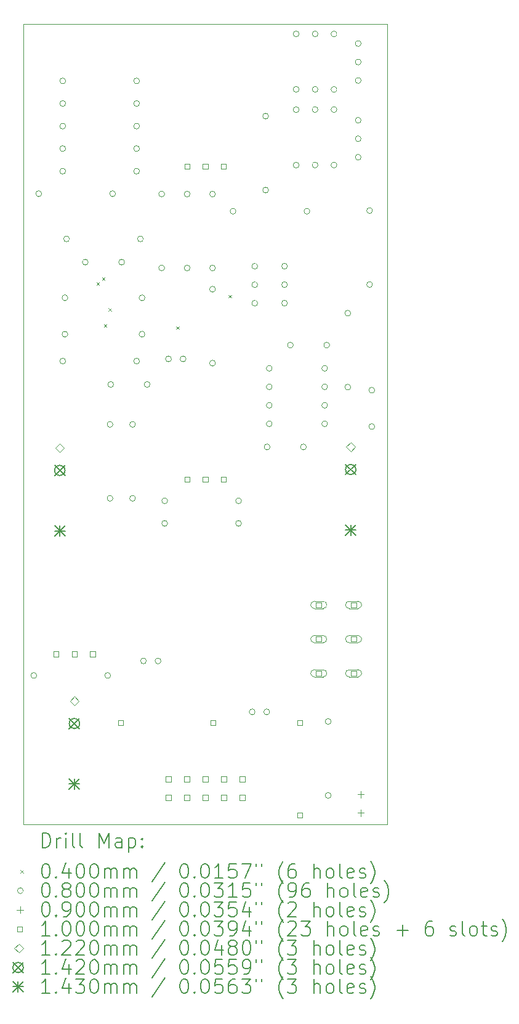
<source format=gbr>
%TF.GenerationSoftware,KiCad,Pcbnew,7.0.11-7.0.11~ubuntu22.04.1*%
%TF.CreationDate,2024-10-19T21:35:02+01:00*%
%TF.ProjectId,MS20-VCF,4d533230-2d56-4434-962e-6b696361645f,rev?*%
%TF.SameCoordinates,Original*%
%TF.FileFunction,Drillmap*%
%TF.FilePolarity,Positive*%
%FSLAX45Y45*%
G04 Gerber Fmt 4.5, Leading zero omitted, Abs format (unit mm)*
G04 Created by KiCad (PCBNEW 7.0.11-7.0.11~ubuntu22.04.1) date 2024-10-19 21:35:02*
%MOMM*%
%LPD*%
G01*
G04 APERTURE LIST*
%ADD10C,0.050000*%
%ADD11C,0.200000*%
%ADD12C,0.100000*%
%ADD13C,0.122000*%
%ADD14C,0.142000*%
%ADD15C,0.143000*%
G04 APERTURE END LIST*
D10*
X8500000Y-3650000D02*
X8500000Y-14650000D01*
X3500000Y-3650000D02*
X8500000Y-3650000D01*
X3500000Y-3650000D02*
X3500000Y-14650000D01*
X3500000Y-14650000D02*
X8500000Y-14650000D01*
D11*
D12*
X4504112Y-7195047D02*
X4544112Y-7235047D01*
X4544112Y-7195047D02*
X4504112Y-7235047D01*
X4580000Y-7130000D02*
X4620000Y-7170000D01*
X4620000Y-7130000D02*
X4580000Y-7170000D01*
X4605050Y-7770500D02*
X4645050Y-7810500D01*
X4645050Y-7770500D02*
X4605050Y-7810500D01*
X4670000Y-7550000D02*
X4710000Y-7590000D01*
X4710000Y-7550000D02*
X4670000Y-7590000D01*
X5599539Y-7802457D02*
X5639539Y-7842457D01*
X5639539Y-7802457D02*
X5599539Y-7842457D01*
X6320000Y-7370000D02*
X6360000Y-7410000D01*
X6360000Y-7370000D02*
X6320000Y-7410000D01*
X3682000Y-12600000D02*
G75*
G03*
X3602000Y-12600000I-40000J0D01*
G01*
X3602000Y-12600000D02*
G75*
G03*
X3682000Y-12600000I40000J0D01*
G01*
X3750000Y-5980000D02*
G75*
G03*
X3670000Y-5980000I-40000J0D01*
G01*
X3670000Y-5980000D02*
G75*
G03*
X3750000Y-5980000I40000J0D01*
G01*
X4080000Y-4430000D02*
G75*
G03*
X4000000Y-4430000I-40000J0D01*
G01*
X4000000Y-4430000D02*
G75*
G03*
X4080000Y-4430000I40000J0D01*
G01*
X4080000Y-4740000D02*
G75*
G03*
X4000000Y-4740000I-40000J0D01*
G01*
X4000000Y-4740000D02*
G75*
G03*
X4080000Y-4740000I40000J0D01*
G01*
X4080000Y-5050000D02*
G75*
G03*
X4000000Y-5050000I-40000J0D01*
G01*
X4000000Y-5050000D02*
G75*
G03*
X4080000Y-5050000I40000J0D01*
G01*
X4080000Y-5360000D02*
G75*
G03*
X4000000Y-5360000I-40000J0D01*
G01*
X4000000Y-5360000D02*
G75*
G03*
X4080000Y-5360000I40000J0D01*
G01*
X4080000Y-5670000D02*
G75*
G03*
X4000000Y-5670000I-40000J0D01*
G01*
X4000000Y-5670000D02*
G75*
G03*
X4080000Y-5670000I40000J0D01*
G01*
X4080000Y-8280000D02*
G75*
G03*
X4000000Y-8280000I-40000J0D01*
G01*
X4000000Y-8280000D02*
G75*
G03*
X4080000Y-8280000I40000J0D01*
G01*
X4110000Y-7410000D02*
G75*
G03*
X4030000Y-7410000I-40000J0D01*
G01*
X4030000Y-7410000D02*
G75*
G03*
X4110000Y-7410000I40000J0D01*
G01*
X4110000Y-7910000D02*
G75*
G03*
X4030000Y-7910000I-40000J0D01*
G01*
X4030000Y-7910000D02*
G75*
G03*
X4110000Y-7910000I40000J0D01*
G01*
X4132000Y-6600000D02*
G75*
G03*
X4052000Y-6600000I-40000J0D01*
G01*
X4052000Y-6600000D02*
G75*
G03*
X4132000Y-6600000I40000J0D01*
G01*
X4390000Y-6920000D02*
G75*
G03*
X4310000Y-6920000I-40000J0D01*
G01*
X4310000Y-6920000D02*
G75*
G03*
X4390000Y-6920000I40000J0D01*
G01*
X4698000Y-12600000D02*
G75*
G03*
X4618000Y-12600000I-40000J0D01*
G01*
X4618000Y-12600000D02*
G75*
G03*
X4698000Y-12600000I40000J0D01*
G01*
X4730000Y-9150000D02*
G75*
G03*
X4650000Y-9150000I-40000J0D01*
G01*
X4650000Y-9150000D02*
G75*
G03*
X4730000Y-9150000I40000J0D01*
G01*
X4730000Y-10166000D02*
G75*
G03*
X4650000Y-10166000I-40000J0D01*
G01*
X4650000Y-10166000D02*
G75*
G03*
X4730000Y-10166000I40000J0D01*
G01*
X4740000Y-8600000D02*
G75*
G03*
X4660000Y-8600000I-40000J0D01*
G01*
X4660000Y-8600000D02*
G75*
G03*
X4740000Y-8600000I40000J0D01*
G01*
X4766000Y-5980000D02*
G75*
G03*
X4686000Y-5980000I-40000J0D01*
G01*
X4686000Y-5980000D02*
G75*
G03*
X4766000Y-5980000I40000J0D01*
G01*
X4890000Y-6920000D02*
G75*
G03*
X4810000Y-6920000I-40000J0D01*
G01*
X4810000Y-6920000D02*
G75*
G03*
X4890000Y-6920000I40000J0D01*
G01*
X5040000Y-9150000D02*
G75*
G03*
X4960000Y-9150000I-40000J0D01*
G01*
X4960000Y-9150000D02*
G75*
G03*
X5040000Y-9150000I40000J0D01*
G01*
X5040000Y-10166000D02*
G75*
G03*
X4960000Y-10166000I-40000J0D01*
G01*
X4960000Y-10166000D02*
G75*
G03*
X5040000Y-10166000I40000J0D01*
G01*
X5096000Y-4430000D02*
G75*
G03*
X5016000Y-4430000I-40000J0D01*
G01*
X5016000Y-4430000D02*
G75*
G03*
X5096000Y-4430000I40000J0D01*
G01*
X5096000Y-4740000D02*
G75*
G03*
X5016000Y-4740000I-40000J0D01*
G01*
X5016000Y-4740000D02*
G75*
G03*
X5096000Y-4740000I40000J0D01*
G01*
X5096000Y-5050000D02*
G75*
G03*
X5016000Y-5050000I-40000J0D01*
G01*
X5016000Y-5050000D02*
G75*
G03*
X5096000Y-5050000I40000J0D01*
G01*
X5096000Y-5360000D02*
G75*
G03*
X5016000Y-5360000I-40000J0D01*
G01*
X5016000Y-5360000D02*
G75*
G03*
X5096000Y-5360000I40000J0D01*
G01*
X5096000Y-5670000D02*
G75*
G03*
X5016000Y-5670000I-40000J0D01*
G01*
X5016000Y-5670000D02*
G75*
G03*
X5096000Y-5670000I40000J0D01*
G01*
X5096000Y-8280000D02*
G75*
G03*
X5016000Y-8280000I-40000J0D01*
G01*
X5016000Y-8280000D02*
G75*
G03*
X5096000Y-8280000I40000J0D01*
G01*
X5148000Y-6600000D02*
G75*
G03*
X5068000Y-6600000I-40000J0D01*
G01*
X5068000Y-6600000D02*
G75*
G03*
X5148000Y-6600000I40000J0D01*
G01*
X5170000Y-7410000D02*
G75*
G03*
X5090000Y-7410000I-40000J0D01*
G01*
X5090000Y-7410000D02*
G75*
G03*
X5170000Y-7410000I40000J0D01*
G01*
X5170000Y-7910000D02*
G75*
G03*
X5090000Y-7910000I-40000J0D01*
G01*
X5090000Y-7910000D02*
G75*
G03*
X5170000Y-7910000I40000J0D01*
G01*
X5190000Y-12400000D02*
G75*
G03*
X5110000Y-12400000I-40000J0D01*
G01*
X5110000Y-12400000D02*
G75*
G03*
X5190000Y-12400000I40000J0D01*
G01*
X5240000Y-8600000D02*
G75*
G03*
X5160000Y-8600000I-40000J0D01*
G01*
X5160000Y-8600000D02*
G75*
G03*
X5240000Y-8600000I40000J0D01*
G01*
X5390000Y-12400000D02*
G75*
G03*
X5310000Y-12400000I-40000J0D01*
G01*
X5310000Y-12400000D02*
G75*
G03*
X5390000Y-12400000I40000J0D01*
G01*
X5440000Y-5984000D02*
G75*
G03*
X5360000Y-5984000I-40000J0D01*
G01*
X5360000Y-5984000D02*
G75*
G03*
X5440000Y-5984000I40000J0D01*
G01*
X5440000Y-7000000D02*
G75*
G03*
X5360000Y-7000000I-40000J0D01*
G01*
X5360000Y-7000000D02*
G75*
G03*
X5440000Y-7000000I40000J0D01*
G01*
X5482000Y-10200000D02*
G75*
G03*
X5402000Y-10200000I-40000J0D01*
G01*
X5402000Y-10200000D02*
G75*
G03*
X5482000Y-10200000I40000J0D01*
G01*
X5482000Y-10510000D02*
G75*
G03*
X5402000Y-10510000I-40000J0D01*
G01*
X5402000Y-10510000D02*
G75*
G03*
X5482000Y-10510000I40000J0D01*
G01*
X5534489Y-8250000D02*
G75*
G03*
X5454489Y-8250000I-40000J0D01*
G01*
X5454489Y-8250000D02*
G75*
G03*
X5534489Y-8250000I40000J0D01*
G01*
X5734489Y-8250000D02*
G75*
G03*
X5654489Y-8250000I-40000J0D01*
G01*
X5654489Y-8250000D02*
G75*
G03*
X5734489Y-8250000I40000J0D01*
G01*
X5790000Y-5984000D02*
G75*
G03*
X5710000Y-5984000I-40000J0D01*
G01*
X5710000Y-5984000D02*
G75*
G03*
X5790000Y-5984000I40000J0D01*
G01*
X5790000Y-7000000D02*
G75*
G03*
X5710000Y-7000000I-40000J0D01*
G01*
X5710000Y-7000000D02*
G75*
G03*
X5790000Y-7000000I40000J0D01*
G01*
X6140000Y-5984000D02*
G75*
G03*
X6060000Y-5984000I-40000J0D01*
G01*
X6060000Y-5984000D02*
G75*
G03*
X6140000Y-5984000I40000J0D01*
G01*
X6140000Y-7000000D02*
G75*
G03*
X6060000Y-7000000I-40000J0D01*
G01*
X6060000Y-7000000D02*
G75*
G03*
X6140000Y-7000000I40000J0D01*
G01*
X6140000Y-7292000D02*
G75*
G03*
X6060000Y-7292000I-40000J0D01*
G01*
X6060000Y-7292000D02*
G75*
G03*
X6140000Y-7292000I40000J0D01*
G01*
X6140000Y-8308000D02*
G75*
G03*
X6060000Y-8308000I-40000J0D01*
G01*
X6060000Y-8308000D02*
G75*
G03*
X6140000Y-8308000I40000J0D01*
G01*
X6422000Y-6220000D02*
G75*
G03*
X6342000Y-6220000I-40000J0D01*
G01*
X6342000Y-6220000D02*
G75*
G03*
X6422000Y-6220000I40000J0D01*
G01*
X6498000Y-10200000D02*
G75*
G03*
X6418000Y-10200000I-40000J0D01*
G01*
X6418000Y-10200000D02*
G75*
G03*
X6498000Y-10200000I40000J0D01*
G01*
X6498000Y-10510000D02*
G75*
G03*
X6418000Y-10510000I-40000J0D01*
G01*
X6418000Y-10510000D02*
G75*
G03*
X6498000Y-10510000I40000J0D01*
G01*
X6685511Y-13100000D02*
G75*
G03*
X6605511Y-13100000I-40000J0D01*
G01*
X6605511Y-13100000D02*
G75*
G03*
X6685511Y-13100000I40000J0D01*
G01*
X6720000Y-6976000D02*
G75*
G03*
X6640000Y-6976000I-40000J0D01*
G01*
X6640000Y-6976000D02*
G75*
G03*
X6720000Y-6976000I40000J0D01*
G01*
X6720000Y-7230000D02*
G75*
G03*
X6640000Y-7230000I-40000J0D01*
G01*
X6640000Y-7230000D02*
G75*
G03*
X6720000Y-7230000I40000J0D01*
G01*
X6720000Y-7484000D02*
G75*
G03*
X6640000Y-7484000I-40000J0D01*
G01*
X6640000Y-7484000D02*
G75*
G03*
X6720000Y-7484000I40000J0D01*
G01*
X6870000Y-4914000D02*
G75*
G03*
X6790000Y-4914000I-40000J0D01*
G01*
X6790000Y-4914000D02*
G75*
G03*
X6870000Y-4914000I40000J0D01*
G01*
X6870000Y-5930000D02*
G75*
G03*
X6790000Y-5930000I-40000J0D01*
G01*
X6790000Y-5930000D02*
G75*
G03*
X6870000Y-5930000I40000J0D01*
G01*
X6885511Y-13100000D02*
G75*
G03*
X6805511Y-13100000I-40000J0D01*
G01*
X6805511Y-13100000D02*
G75*
G03*
X6885511Y-13100000I40000J0D01*
G01*
X6890000Y-9460000D02*
G75*
G03*
X6810000Y-9460000I-40000J0D01*
G01*
X6810000Y-9460000D02*
G75*
G03*
X6890000Y-9460000I40000J0D01*
G01*
X6920000Y-8380000D02*
G75*
G03*
X6840000Y-8380000I-40000J0D01*
G01*
X6840000Y-8380000D02*
G75*
G03*
X6920000Y-8380000I40000J0D01*
G01*
X6920000Y-8634000D02*
G75*
G03*
X6840000Y-8634000I-40000J0D01*
G01*
X6840000Y-8634000D02*
G75*
G03*
X6920000Y-8634000I40000J0D01*
G01*
X6920000Y-8888000D02*
G75*
G03*
X6840000Y-8888000I-40000J0D01*
G01*
X6840000Y-8888000D02*
G75*
G03*
X6920000Y-8888000I40000J0D01*
G01*
X6920000Y-9142000D02*
G75*
G03*
X6840000Y-9142000I-40000J0D01*
G01*
X6840000Y-9142000D02*
G75*
G03*
X6920000Y-9142000I40000J0D01*
G01*
X7130000Y-6976000D02*
G75*
G03*
X7050000Y-6976000I-40000J0D01*
G01*
X7050000Y-6976000D02*
G75*
G03*
X7130000Y-6976000I40000J0D01*
G01*
X7130000Y-7230000D02*
G75*
G03*
X7050000Y-7230000I-40000J0D01*
G01*
X7050000Y-7230000D02*
G75*
G03*
X7130000Y-7230000I40000J0D01*
G01*
X7130000Y-7484000D02*
G75*
G03*
X7050000Y-7484000I-40000J0D01*
G01*
X7050000Y-7484000D02*
G75*
G03*
X7130000Y-7484000I40000J0D01*
G01*
X7210000Y-8060000D02*
G75*
G03*
X7130000Y-8060000I-40000J0D01*
G01*
X7130000Y-8060000D02*
G75*
G03*
X7210000Y-8060000I40000J0D01*
G01*
X7290000Y-3784000D02*
G75*
G03*
X7210000Y-3784000I-40000J0D01*
G01*
X7210000Y-3784000D02*
G75*
G03*
X7290000Y-3784000I40000J0D01*
G01*
X7290000Y-4546000D02*
G75*
G03*
X7210000Y-4546000I-40000J0D01*
G01*
X7210000Y-4546000D02*
G75*
G03*
X7290000Y-4546000I40000J0D01*
G01*
X7290000Y-4824000D02*
G75*
G03*
X7210000Y-4824000I-40000J0D01*
G01*
X7210000Y-4824000D02*
G75*
G03*
X7290000Y-4824000I40000J0D01*
G01*
X7290000Y-5586000D02*
G75*
G03*
X7210000Y-5586000I-40000J0D01*
G01*
X7210000Y-5586000D02*
G75*
G03*
X7290000Y-5586000I40000J0D01*
G01*
X7390000Y-9460000D02*
G75*
G03*
X7310000Y-9460000I-40000J0D01*
G01*
X7310000Y-9460000D02*
G75*
G03*
X7390000Y-9460000I40000J0D01*
G01*
X7438000Y-6220000D02*
G75*
G03*
X7358000Y-6220000I-40000J0D01*
G01*
X7358000Y-6220000D02*
G75*
G03*
X7438000Y-6220000I40000J0D01*
G01*
X7550000Y-3784000D02*
G75*
G03*
X7470000Y-3784000I-40000J0D01*
G01*
X7470000Y-3784000D02*
G75*
G03*
X7550000Y-3784000I40000J0D01*
G01*
X7550000Y-4546000D02*
G75*
G03*
X7470000Y-4546000I-40000J0D01*
G01*
X7470000Y-4546000D02*
G75*
G03*
X7550000Y-4546000I40000J0D01*
G01*
X7550000Y-4824000D02*
G75*
G03*
X7470000Y-4824000I-40000J0D01*
G01*
X7470000Y-4824000D02*
G75*
G03*
X7550000Y-4824000I40000J0D01*
G01*
X7550000Y-5586000D02*
G75*
G03*
X7470000Y-5586000I-40000J0D01*
G01*
X7470000Y-5586000D02*
G75*
G03*
X7550000Y-5586000I40000J0D01*
G01*
X7682000Y-8380000D02*
G75*
G03*
X7602000Y-8380000I-40000J0D01*
G01*
X7602000Y-8380000D02*
G75*
G03*
X7682000Y-8380000I40000J0D01*
G01*
X7682000Y-8634000D02*
G75*
G03*
X7602000Y-8634000I-40000J0D01*
G01*
X7602000Y-8634000D02*
G75*
G03*
X7682000Y-8634000I40000J0D01*
G01*
X7682000Y-8888000D02*
G75*
G03*
X7602000Y-8888000I-40000J0D01*
G01*
X7602000Y-8888000D02*
G75*
G03*
X7682000Y-8888000I40000J0D01*
G01*
X7682000Y-9142000D02*
G75*
G03*
X7602000Y-9142000I-40000J0D01*
G01*
X7602000Y-9142000D02*
G75*
G03*
X7682000Y-9142000I40000J0D01*
G01*
X7710000Y-8060000D02*
G75*
G03*
X7630000Y-8060000I-40000J0D01*
G01*
X7630000Y-8060000D02*
G75*
G03*
X7710000Y-8060000I40000J0D01*
G01*
X7730000Y-13232000D02*
G75*
G03*
X7650000Y-13232000I-40000J0D01*
G01*
X7650000Y-13232000D02*
G75*
G03*
X7730000Y-13232000I40000J0D01*
G01*
X7730000Y-14248000D02*
G75*
G03*
X7650000Y-14248000I-40000J0D01*
G01*
X7650000Y-14248000D02*
G75*
G03*
X7730000Y-14248000I40000J0D01*
G01*
X7810000Y-3784000D02*
G75*
G03*
X7730000Y-3784000I-40000J0D01*
G01*
X7730000Y-3784000D02*
G75*
G03*
X7810000Y-3784000I40000J0D01*
G01*
X7810000Y-4546000D02*
G75*
G03*
X7730000Y-4546000I-40000J0D01*
G01*
X7730000Y-4546000D02*
G75*
G03*
X7810000Y-4546000I40000J0D01*
G01*
X7810000Y-4824000D02*
G75*
G03*
X7730000Y-4824000I-40000J0D01*
G01*
X7730000Y-4824000D02*
G75*
G03*
X7810000Y-4824000I40000J0D01*
G01*
X7810000Y-5586000D02*
G75*
G03*
X7730000Y-5586000I-40000J0D01*
G01*
X7730000Y-5586000D02*
G75*
G03*
X7810000Y-5586000I40000J0D01*
G01*
X8000000Y-7622000D02*
G75*
G03*
X7920000Y-7622000I-40000J0D01*
G01*
X7920000Y-7622000D02*
G75*
G03*
X8000000Y-7622000I40000J0D01*
G01*
X8000000Y-8638000D02*
G75*
G03*
X7920000Y-8638000I-40000J0D01*
G01*
X7920000Y-8638000D02*
G75*
G03*
X8000000Y-8638000I40000J0D01*
G01*
X8143000Y-3916000D02*
G75*
G03*
X8063000Y-3916000I-40000J0D01*
G01*
X8063000Y-3916000D02*
G75*
G03*
X8143000Y-3916000I40000J0D01*
G01*
X8143000Y-4170000D02*
G75*
G03*
X8063000Y-4170000I-40000J0D01*
G01*
X8063000Y-4170000D02*
G75*
G03*
X8143000Y-4170000I40000J0D01*
G01*
X8143000Y-4424000D02*
G75*
G03*
X8063000Y-4424000I-40000J0D01*
G01*
X8063000Y-4424000D02*
G75*
G03*
X8143000Y-4424000I40000J0D01*
G01*
X8143000Y-4970000D02*
G75*
G03*
X8063000Y-4970000I-40000J0D01*
G01*
X8063000Y-4970000D02*
G75*
G03*
X8143000Y-4970000I40000J0D01*
G01*
X8143000Y-5224000D02*
G75*
G03*
X8063000Y-5224000I-40000J0D01*
G01*
X8063000Y-5224000D02*
G75*
G03*
X8143000Y-5224000I40000J0D01*
G01*
X8143000Y-5478000D02*
G75*
G03*
X8063000Y-5478000I-40000J0D01*
G01*
X8063000Y-5478000D02*
G75*
G03*
X8143000Y-5478000I40000J0D01*
G01*
X8300000Y-6212000D02*
G75*
G03*
X8220000Y-6212000I-40000J0D01*
G01*
X8220000Y-6212000D02*
G75*
G03*
X8300000Y-6212000I40000J0D01*
G01*
X8300000Y-7228000D02*
G75*
G03*
X8220000Y-7228000I-40000J0D01*
G01*
X8220000Y-7228000D02*
G75*
G03*
X8300000Y-7228000I40000J0D01*
G01*
X8330000Y-8680000D02*
G75*
G03*
X8250000Y-8680000I-40000J0D01*
G01*
X8250000Y-8680000D02*
G75*
G03*
X8330000Y-8680000I40000J0D01*
G01*
X8330000Y-9180000D02*
G75*
G03*
X8250000Y-9180000I-40000J0D01*
G01*
X8250000Y-9180000D02*
G75*
G03*
X8330000Y-9180000I40000J0D01*
G01*
X8140000Y-14188500D02*
X8140000Y-14278500D01*
X8095000Y-14233500D02*
X8185000Y-14233500D01*
X8140000Y-14442500D02*
X8140000Y-14532500D01*
X8095000Y-14487500D02*
X8185000Y-14487500D01*
X3985356Y-12340356D02*
X3985356Y-12269644D01*
X3914644Y-12269644D01*
X3914644Y-12340356D01*
X3985356Y-12340356D01*
X4235356Y-12340356D02*
X4235356Y-12269644D01*
X4164644Y-12269644D01*
X4164644Y-12340356D01*
X4235356Y-12340356D01*
X4485356Y-12340356D02*
X4485356Y-12269644D01*
X4414644Y-12269644D01*
X4414644Y-12340356D01*
X4485356Y-12340356D01*
X4870356Y-13285356D02*
X4870356Y-13214644D01*
X4799644Y-13214644D01*
X4799644Y-13285356D01*
X4870356Y-13285356D01*
X5527856Y-14060106D02*
X5527856Y-13989394D01*
X5457144Y-13989394D01*
X5457144Y-14060106D01*
X5527856Y-14060106D01*
X5527856Y-14314106D02*
X5527856Y-14243394D01*
X5457144Y-14243394D01*
X5457144Y-14314106D01*
X5527856Y-14314106D01*
X5781856Y-14060106D02*
X5781856Y-13989394D01*
X5711144Y-13989394D01*
X5711144Y-14060106D01*
X5781856Y-14060106D01*
X5781856Y-14314106D02*
X5781856Y-14243394D01*
X5711144Y-14243394D01*
X5711144Y-14314106D01*
X5781856Y-14314106D01*
X5785356Y-5640356D02*
X5785356Y-5569644D01*
X5714644Y-5569644D01*
X5714644Y-5640356D01*
X5785356Y-5640356D01*
X5785356Y-9940356D02*
X5785356Y-9869644D01*
X5714644Y-9869644D01*
X5714644Y-9940356D01*
X5785356Y-9940356D01*
X6035356Y-5640356D02*
X6035356Y-5569644D01*
X5964644Y-5569644D01*
X5964644Y-5640356D01*
X6035356Y-5640356D01*
X6035356Y-9940356D02*
X6035356Y-9869644D01*
X5964644Y-9869644D01*
X5964644Y-9940356D01*
X6035356Y-9940356D01*
X6035856Y-14060106D02*
X6035856Y-13989394D01*
X5965144Y-13989394D01*
X5965144Y-14060106D01*
X6035856Y-14060106D01*
X6035856Y-14314106D02*
X6035856Y-14243394D01*
X5965144Y-14243394D01*
X5965144Y-14314106D01*
X6035856Y-14314106D01*
X6140356Y-13285356D02*
X6140356Y-13214644D01*
X6069644Y-13214644D01*
X6069644Y-13285356D01*
X6140356Y-13285356D01*
X6285356Y-5640356D02*
X6285356Y-5569644D01*
X6214644Y-5569644D01*
X6214644Y-5640356D01*
X6285356Y-5640356D01*
X6285356Y-9940356D02*
X6285356Y-9869644D01*
X6214644Y-9869644D01*
X6214644Y-9940356D01*
X6285356Y-9940356D01*
X6289856Y-14060106D02*
X6289856Y-13989394D01*
X6219144Y-13989394D01*
X6219144Y-14060106D01*
X6289856Y-14060106D01*
X6289856Y-14314106D02*
X6289856Y-14243394D01*
X6219144Y-14243394D01*
X6219144Y-14314106D01*
X6289856Y-14314106D01*
X6543856Y-14060106D02*
X6543856Y-13989394D01*
X6473144Y-13989394D01*
X6473144Y-14060106D01*
X6543856Y-14060106D01*
X6543856Y-14314106D02*
X6543856Y-14243394D01*
X6473144Y-14243394D01*
X6473144Y-14314106D01*
X6543856Y-14314106D01*
X7335356Y-13285356D02*
X7335356Y-13214644D01*
X7264644Y-13214644D01*
X7264644Y-13285356D01*
X7335356Y-13285356D01*
X7335356Y-14555356D02*
X7335356Y-14484644D01*
X7264644Y-14484644D01*
X7264644Y-14555356D01*
X7335356Y-14555356D01*
X7595356Y-11665356D02*
X7595356Y-11594644D01*
X7524644Y-11594644D01*
X7524644Y-11665356D01*
X7595356Y-11665356D01*
X7620000Y-11580000D02*
X7500000Y-11580000D01*
X7500000Y-11580000D02*
G75*
G03*
X7500000Y-11680000I0J-50000D01*
G01*
X7500000Y-11680000D02*
X7620000Y-11680000D01*
X7620000Y-11680000D02*
G75*
G03*
X7620000Y-11580000I0J50000D01*
G01*
X7595356Y-12135356D02*
X7595356Y-12064644D01*
X7524644Y-12064644D01*
X7524644Y-12135356D01*
X7595356Y-12135356D01*
X7620000Y-12050000D02*
X7500000Y-12050000D01*
X7500000Y-12050000D02*
G75*
G03*
X7500000Y-12150000I0J-50000D01*
G01*
X7500000Y-12150000D02*
X7620000Y-12150000D01*
X7620000Y-12150000D02*
G75*
G03*
X7620000Y-12050000I0J50000D01*
G01*
X7595356Y-12605356D02*
X7595356Y-12534644D01*
X7524644Y-12534644D01*
X7524644Y-12605356D01*
X7595356Y-12605356D01*
X7620000Y-12520000D02*
X7500000Y-12520000D01*
X7500000Y-12520000D02*
G75*
G03*
X7500000Y-12620000I0J-50000D01*
G01*
X7500000Y-12620000D02*
X7620000Y-12620000D01*
X7620000Y-12620000D02*
G75*
G03*
X7620000Y-12520000I0J50000D01*
G01*
X8075356Y-11665356D02*
X8075356Y-11594644D01*
X8004644Y-11594644D01*
X8004644Y-11665356D01*
X8075356Y-11665356D01*
X8100000Y-11580000D02*
X7980000Y-11580000D01*
X7980000Y-11580000D02*
G75*
G03*
X7980000Y-11680000I0J-50000D01*
G01*
X7980000Y-11680000D02*
X8100000Y-11680000D01*
X8100000Y-11680000D02*
G75*
G03*
X8100000Y-11580000I0J50000D01*
G01*
X8075356Y-12135356D02*
X8075356Y-12064644D01*
X8004644Y-12064644D01*
X8004644Y-12135356D01*
X8075356Y-12135356D01*
X8100000Y-12050000D02*
X7980000Y-12050000D01*
X7980000Y-12050000D02*
G75*
G03*
X7980000Y-12150000I0J-50000D01*
G01*
X7980000Y-12150000D02*
X8100000Y-12150000D01*
X8100000Y-12150000D02*
G75*
G03*
X8100000Y-12050000I0J50000D01*
G01*
X8075356Y-12605356D02*
X8075356Y-12534644D01*
X8004644Y-12534644D01*
X8004644Y-12605356D01*
X8075356Y-12605356D01*
X8100000Y-12520000D02*
X7980000Y-12520000D01*
X7980000Y-12520000D02*
G75*
G03*
X7980000Y-12620000I0J-50000D01*
G01*
X7980000Y-12620000D02*
X8100000Y-12620000D01*
X8100000Y-12620000D02*
G75*
G03*
X8100000Y-12520000I0J50000D01*
G01*
D13*
X4000000Y-9533000D02*
X4061000Y-9472000D01*
X4000000Y-9411000D01*
X3939000Y-9472000D01*
X4000000Y-9533000D01*
X4200000Y-13011000D02*
X4261000Y-12950000D01*
X4200000Y-12889000D01*
X4139000Y-12950000D01*
X4200000Y-13011000D01*
X8000000Y-9521000D02*
X8061000Y-9460000D01*
X8000000Y-9399000D01*
X7939000Y-9460000D01*
X8000000Y-9521000D01*
D14*
X3929000Y-9711000D02*
X4071000Y-9853000D01*
X4071000Y-9711000D02*
X3929000Y-9853000D01*
X4071000Y-9782000D02*
G75*
G03*
X3929000Y-9782000I-71000J0D01*
G01*
X3929000Y-9782000D02*
G75*
G03*
X4071000Y-9782000I71000J0D01*
G01*
X4129000Y-13189000D02*
X4271000Y-13331000D01*
X4271000Y-13189000D02*
X4129000Y-13331000D01*
X4271000Y-13260000D02*
G75*
G03*
X4129000Y-13260000I-71000J0D01*
G01*
X4129000Y-13260000D02*
G75*
G03*
X4271000Y-13260000I71000J0D01*
G01*
X7929000Y-9699000D02*
X8071000Y-9841000D01*
X8071000Y-9699000D02*
X7929000Y-9841000D01*
X8071000Y-9770000D02*
G75*
G03*
X7929000Y-9770000I-71000J0D01*
G01*
X7929000Y-9770000D02*
G75*
G03*
X8071000Y-9770000I71000J0D01*
G01*
D15*
X3928500Y-10540500D02*
X4071500Y-10683500D01*
X4071500Y-10540500D02*
X3928500Y-10683500D01*
X4000000Y-10540500D02*
X4000000Y-10683500D01*
X3928500Y-10612000D02*
X4071500Y-10612000D01*
X4128500Y-14018500D02*
X4271500Y-14161500D01*
X4271500Y-14018500D02*
X4128500Y-14161500D01*
X4200000Y-14018500D02*
X4200000Y-14161500D01*
X4128500Y-14090000D02*
X4271500Y-14090000D01*
X7928500Y-10528500D02*
X8071500Y-10671500D01*
X8071500Y-10528500D02*
X7928500Y-10671500D01*
X8000000Y-10528500D02*
X8000000Y-10671500D01*
X7928500Y-10600000D02*
X8071500Y-10600000D01*
D11*
X3758277Y-14963984D02*
X3758277Y-14763984D01*
X3758277Y-14763984D02*
X3805896Y-14763984D01*
X3805896Y-14763984D02*
X3834467Y-14773508D01*
X3834467Y-14773508D02*
X3853515Y-14792555D01*
X3853515Y-14792555D02*
X3863039Y-14811603D01*
X3863039Y-14811603D02*
X3872562Y-14849698D01*
X3872562Y-14849698D02*
X3872562Y-14878269D01*
X3872562Y-14878269D02*
X3863039Y-14916365D01*
X3863039Y-14916365D02*
X3853515Y-14935412D01*
X3853515Y-14935412D02*
X3834467Y-14954460D01*
X3834467Y-14954460D02*
X3805896Y-14963984D01*
X3805896Y-14963984D02*
X3758277Y-14963984D01*
X3958277Y-14963984D02*
X3958277Y-14830650D01*
X3958277Y-14868746D02*
X3967801Y-14849698D01*
X3967801Y-14849698D02*
X3977324Y-14840174D01*
X3977324Y-14840174D02*
X3996372Y-14830650D01*
X3996372Y-14830650D02*
X4015420Y-14830650D01*
X4082086Y-14963984D02*
X4082086Y-14830650D01*
X4082086Y-14763984D02*
X4072562Y-14773508D01*
X4072562Y-14773508D02*
X4082086Y-14783031D01*
X4082086Y-14783031D02*
X4091610Y-14773508D01*
X4091610Y-14773508D02*
X4082086Y-14763984D01*
X4082086Y-14763984D02*
X4082086Y-14783031D01*
X4205896Y-14963984D02*
X4186848Y-14954460D01*
X4186848Y-14954460D02*
X4177324Y-14935412D01*
X4177324Y-14935412D02*
X4177324Y-14763984D01*
X4310658Y-14963984D02*
X4291610Y-14954460D01*
X4291610Y-14954460D02*
X4282086Y-14935412D01*
X4282086Y-14935412D02*
X4282086Y-14763984D01*
X4539229Y-14963984D02*
X4539229Y-14763984D01*
X4539229Y-14763984D02*
X4605896Y-14906841D01*
X4605896Y-14906841D02*
X4672563Y-14763984D01*
X4672563Y-14763984D02*
X4672563Y-14963984D01*
X4853515Y-14963984D02*
X4853515Y-14859222D01*
X4853515Y-14859222D02*
X4843991Y-14840174D01*
X4843991Y-14840174D02*
X4824944Y-14830650D01*
X4824944Y-14830650D02*
X4786848Y-14830650D01*
X4786848Y-14830650D02*
X4767801Y-14840174D01*
X4853515Y-14954460D02*
X4834467Y-14963984D01*
X4834467Y-14963984D02*
X4786848Y-14963984D01*
X4786848Y-14963984D02*
X4767801Y-14954460D01*
X4767801Y-14954460D02*
X4758277Y-14935412D01*
X4758277Y-14935412D02*
X4758277Y-14916365D01*
X4758277Y-14916365D02*
X4767801Y-14897317D01*
X4767801Y-14897317D02*
X4786848Y-14887793D01*
X4786848Y-14887793D02*
X4834467Y-14887793D01*
X4834467Y-14887793D02*
X4853515Y-14878269D01*
X4948753Y-14830650D02*
X4948753Y-15030650D01*
X4948753Y-14840174D02*
X4967801Y-14830650D01*
X4967801Y-14830650D02*
X5005896Y-14830650D01*
X5005896Y-14830650D02*
X5024944Y-14840174D01*
X5024944Y-14840174D02*
X5034467Y-14849698D01*
X5034467Y-14849698D02*
X5043991Y-14868746D01*
X5043991Y-14868746D02*
X5043991Y-14925888D01*
X5043991Y-14925888D02*
X5034467Y-14944936D01*
X5034467Y-14944936D02*
X5024944Y-14954460D01*
X5024944Y-14954460D02*
X5005896Y-14963984D01*
X5005896Y-14963984D02*
X4967801Y-14963984D01*
X4967801Y-14963984D02*
X4948753Y-14954460D01*
X5129705Y-14944936D02*
X5139229Y-14954460D01*
X5139229Y-14954460D02*
X5129705Y-14963984D01*
X5129705Y-14963984D02*
X5120182Y-14954460D01*
X5120182Y-14954460D02*
X5129705Y-14944936D01*
X5129705Y-14944936D02*
X5129705Y-14963984D01*
X5129705Y-14840174D02*
X5139229Y-14849698D01*
X5139229Y-14849698D02*
X5129705Y-14859222D01*
X5129705Y-14859222D02*
X5120182Y-14849698D01*
X5120182Y-14849698D02*
X5129705Y-14840174D01*
X5129705Y-14840174D02*
X5129705Y-14859222D01*
D12*
X3457500Y-15272500D02*
X3497500Y-15312500D01*
X3497500Y-15272500D02*
X3457500Y-15312500D01*
D11*
X3796372Y-15183984D02*
X3815420Y-15183984D01*
X3815420Y-15183984D02*
X3834467Y-15193508D01*
X3834467Y-15193508D02*
X3843991Y-15203031D01*
X3843991Y-15203031D02*
X3853515Y-15222079D01*
X3853515Y-15222079D02*
X3863039Y-15260174D01*
X3863039Y-15260174D02*
X3863039Y-15307793D01*
X3863039Y-15307793D02*
X3853515Y-15345888D01*
X3853515Y-15345888D02*
X3843991Y-15364936D01*
X3843991Y-15364936D02*
X3834467Y-15374460D01*
X3834467Y-15374460D02*
X3815420Y-15383984D01*
X3815420Y-15383984D02*
X3796372Y-15383984D01*
X3796372Y-15383984D02*
X3777324Y-15374460D01*
X3777324Y-15374460D02*
X3767801Y-15364936D01*
X3767801Y-15364936D02*
X3758277Y-15345888D01*
X3758277Y-15345888D02*
X3748753Y-15307793D01*
X3748753Y-15307793D02*
X3748753Y-15260174D01*
X3748753Y-15260174D02*
X3758277Y-15222079D01*
X3758277Y-15222079D02*
X3767801Y-15203031D01*
X3767801Y-15203031D02*
X3777324Y-15193508D01*
X3777324Y-15193508D02*
X3796372Y-15183984D01*
X3948753Y-15364936D02*
X3958277Y-15374460D01*
X3958277Y-15374460D02*
X3948753Y-15383984D01*
X3948753Y-15383984D02*
X3939229Y-15374460D01*
X3939229Y-15374460D02*
X3948753Y-15364936D01*
X3948753Y-15364936D02*
X3948753Y-15383984D01*
X4129705Y-15250650D02*
X4129705Y-15383984D01*
X4082086Y-15174460D02*
X4034467Y-15317317D01*
X4034467Y-15317317D02*
X4158277Y-15317317D01*
X4272563Y-15183984D02*
X4291610Y-15183984D01*
X4291610Y-15183984D02*
X4310658Y-15193508D01*
X4310658Y-15193508D02*
X4320182Y-15203031D01*
X4320182Y-15203031D02*
X4329705Y-15222079D01*
X4329705Y-15222079D02*
X4339229Y-15260174D01*
X4339229Y-15260174D02*
X4339229Y-15307793D01*
X4339229Y-15307793D02*
X4329705Y-15345888D01*
X4329705Y-15345888D02*
X4320182Y-15364936D01*
X4320182Y-15364936D02*
X4310658Y-15374460D01*
X4310658Y-15374460D02*
X4291610Y-15383984D01*
X4291610Y-15383984D02*
X4272563Y-15383984D01*
X4272563Y-15383984D02*
X4253515Y-15374460D01*
X4253515Y-15374460D02*
X4243991Y-15364936D01*
X4243991Y-15364936D02*
X4234467Y-15345888D01*
X4234467Y-15345888D02*
X4224944Y-15307793D01*
X4224944Y-15307793D02*
X4224944Y-15260174D01*
X4224944Y-15260174D02*
X4234467Y-15222079D01*
X4234467Y-15222079D02*
X4243991Y-15203031D01*
X4243991Y-15203031D02*
X4253515Y-15193508D01*
X4253515Y-15193508D02*
X4272563Y-15183984D01*
X4463039Y-15183984D02*
X4482086Y-15183984D01*
X4482086Y-15183984D02*
X4501134Y-15193508D01*
X4501134Y-15193508D02*
X4510658Y-15203031D01*
X4510658Y-15203031D02*
X4520182Y-15222079D01*
X4520182Y-15222079D02*
X4529705Y-15260174D01*
X4529705Y-15260174D02*
X4529705Y-15307793D01*
X4529705Y-15307793D02*
X4520182Y-15345888D01*
X4520182Y-15345888D02*
X4510658Y-15364936D01*
X4510658Y-15364936D02*
X4501134Y-15374460D01*
X4501134Y-15374460D02*
X4482086Y-15383984D01*
X4482086Y-15383984D02*
X4463039Y-15383984D01*
X4463039Y-15383984D02*
X4443991Y-15374460D01*
X4443991Y-15374460D02*
X4434467Y-15364936D01*
X4434467Y-15364936D02*
X4424944Y-15345888D01*
X4424944Y-15345888D02*
X4415420Y-15307793D01*
X4415420Y-15307793D02*
X4415420Y-15260174D01*
X4415420Y-15260174D02*
X4424944Y-15222079D01*
X4424944Y-15222079D02*
X4434467Y-15203031D01*
X4434467Y-15203031D02*
X4443991Y-15193508D01*
X4443991Y-15193508D02*
X4463039Y-15183984D01*
X4615420Y-15383984D02*
X4615420Y-15250650D01*
X4615420Y-15269698D02*
X4624944Y-15260174D01*
X4624944Y-15260174D02*
X4643991Y-15250650D01*
X4643991Y-15250650D02*
X4672563Y-15250650D01*
X4672563Y-15250650D02*
X4691610Y-15260174D01*
X4691610Y-15260174D02*
X4701134Y-15279222D01*
X4701134Y-15279222D02*
X4701134Y-15383984D01*
X4701134Y-15279222D02*
X4710658Y-15260174D01*
X4710658Y-15260174D02*
X4729705Y-15250650D01*
X4729705Y-15250650D02*
X4758277Y-15250650D01*
X4758277Y-15250650D02*
X4777325Y-15260174D01*
X4777325Y-15260174D02*
X4786848Y-15279222D01*
X4786848Y-15279222D02*
X4786848Y-15383984D01*
X4882086Y-15383984D02*
X4882086Y-15250650D01*
X4882086Y-15269698D02*
X4891610Y-15260174D01*
X4891610Y-15260174D02*
X4910658Y-15250650D01*
X4910658Y-15250650D02*
X4939229Y-15250650D01*
X4939229Y-15250650D02*
X4958277Y-15260174D01*
X4958277Y-15260174D02*
X4967801Y-15279222D01*
X4967801Y-15279222D02*
X4967801Y-15383984D01*
X4967801Y-15279222D02*
X4977325Y-15260174D01*
X4977325Y-15260174D02*
X4996372Y-15250650D01*
X4996372Y-15250650D02*
X5024944Y-15250650D01*
X5024944Y-15250650D02*
X5043991Y-15260174D01*
X5043991Y-15260174D02*
X5053515Y-15279222D01*
X5053515Y-15279222D02*
X5053515Y-15383984D01*
X5443991Y-15174460D02*
X5272563Y-15431603D01*
X5701134Y-15183984D02*
X5720182Y-15183984D01*
X5720182Y-15183984D02*
X5739229Y-15193508D01*
X5739229Y-15193508D02*
X5748753Y-15203031D01*
X5748753Y-15203031D02*
X5758277Y-15222079D01*
X5758277Y-15222079D02*
X5767801Y-15260174D01*
X5767801Y-15260174D02*
X5767801Y-15307793D01*
X5767801Y-15307793D02*
X5758277Y-15345888D01*
X5758277Y-15345888D02*
X5748753Y-15364936D01*
X5748753Y-15364936D02*
X5739229Y-15374460D01*
X5739229Y-15374460D02*
X5720182Y-15383984D01*
X5720182Y-15383984D02*
X5701134Y-15383984D01*
X5701134Y-15383984D02*
X5682086Y-15374460D01*
X5682086Y-15374460D02*
X5672563Y-15364936D01*
X5672563Y-15364936D02*
X5663039Y-15345888D01*
X5663039Y-15345888D02*
X5653515Y-15307793D01*
X5653515Y-15307793D02*
X5653515Y-15260174D01*
X5653515Y-15260174D02*
X5663039Y-15222079D01*
X5663039Y-15222079D02*
X5672563Y-15203031D01*
X5672563Y-15203031D02*
X5682086Y-15193508D01*
X5682086Y-15193508D02*
X5701134Y-15183984D01*
X5853515Y-15364936D02*
X5863039Y-15374460D01*
X5863039Y-15374460D02*
X5853515Y-15383984D01*
X5853515Y-15383984D02*
X5843991Y-15374460D01*
X5843991Y-15374460D02*
X5853515Y-15364936D01*
X5853515Y-15364936D02*
X5853515Y-15383984D01*
X5986848Y-15183984D02*
X6005896Y-15183984D01*
X6005896Y-15183984D02*
X6024944Y-15193508D01*
X6024944Y-15193508D02*
X6034467Y-15203031D01*
X6034467Y-15203031D02*
X6043991Y-15222079D01*
X6043991Y-15222079D02*
X6053515Y-15260174D01*
X6053515Y-15260174D02*
X6053515Y-15307793D01*
X6053515Y-15307793D02*
X6043991Y-15345888D01*
X6043991Y-15345888D02*
X6034467Y-15364936D01*
X6034467Y-15364936D02*
X6024944Y-15374460D01*
X6024944Y-15374460D02*
X6005896Y-15383984D01*
X6005896Y-15383984D02*
X5986848Y-15383984D01*
X5986848Y-15383984D02*
X5967801Y-15374460D01*
X5967801Y-15374460D02*
X5958277Y-15364936D01*
X5958277Y-15364936D02*
X5948753Y-15345888D01*
X5948753Y-15345888D02*
X5939229Y-15307793D01*
X5939229Y-15307793D02*
X5939229Y-15260174D01*
X5939229Y-15260174D02*
X5948753Y-15222079D01*
X5948753Y-15222079D02*
X5958277Y-15203031D01*
X5958277Y-15203031D02*
X5967801Y-15193508D01*
X5967801Y-15193508D02*
X5986848Y-15183984D01*
X6243991Y-15383984D02*
X6129706Y-15383984D01*
X6186848Y-15383984D02*
X6186848Y-15183984D01*
X6186848Y-15183984D02*
X6167801Y-15212555D01*
X6167801Y-15212555D02*
X6148753Y-15231603D01*
X6148753Y-15231603D02*
X6129706Y-15241127D01*
X6424944Y-15183984D02*
X6329706Y-15183984D01*
X6329706Y-15183984D02*
X6320182Y-15279222D01*
X6320182Y-15279222D02*
X6329706Y-15269698D01*
X6329706Y-15269698D02*
X6348753Y-15260174D01*
X6348753Y-15260174D02*
X6396372Y-15260174D01*
X6396372Y-15260174D02*
X6415420Y-15269698D01*
X6415420Y-15269698D02*
X6424944Y-15279222D01*
X6424944Y-15279222D02*
X6434467Y-15298269D01*
X6434467Y-15298269D02*
X6434467Y-15345888D01*
X6434467Y-15345888D02*
X6424944Y-15364936D01*
X6424944Y-15364936D02*
X6415420Y-15374460D01*
X6415420Y-15374460D02*
X6396372Y-15383984D01*
X6396372Y-15383984D02*
X6348753Y-15383984D01*
X6348753Y-15383984D02*
X6329706Y-15374460D01*
X6329706Y-15374460D02*
X6320182Y-15364936D01*
X6501134Y-15183984D02*
X6634467Y-15183984D01*
X6634467Y-15183984D02*
X6548753Y-15383984D01*
X6701134Y-15183984D02*
X6701134Y-15222079D01*
X6777325Y-15183984D02*
X6777325Y-15222079D01*
X7072563Y-15460174D02*
X7063039Y-15450650D01*
X7063039Y-15450650D02*
X7043991Y-15422079D01*
X7043991Y-15422079D02*
X7034468Y-15403031D01*
X7034468Y-15403031D02*
X7024944Y-15374460D01*
X7024944Y-15374460D02*
X7015420Y-15326841D01*
X7015420Y-15326841D02*
X7015420Y-15288746D01*
X7015420Y-15288746D02*
X7024944Y-15241127D01*
X7024944Y-15241127D02*
X7034468Y-15212555D01*
X7034468Y-15212555D02*
X7043991Y-15193508D01*
X7043991Y-15193508D02*
X7063039Y-15164936D01*
X7063039Y-15164936D02*
X7072563Y-15155412D01*
X7234468Y-15183984D02*
X7196372Y-15183984D01*
X7196372Y-15183984D02*
X7177325Y-15193508D01*
X7177325Y-15193508D02*
X7167801Y-15203031D01*
X7167801Y-15203031D02*
X7148753Y-15231603D01*
X7148753Y-15231603D02*
X7139229Y-15269698D01*
X7139229Y-15269698D02*
X7139229Y-15345888D01*
X7139229Y-15345888D02*
X7148753Y-15364936D01*
X7148753Y-15364936D02*
X7158277Y-15374460D01*
X7158277Y-15374460D02*
X7177325Y-15383984D01*
X7177325Y-15383984D02*
X7215420Y-15383984D01*
X7215420Y-15383984D02*
X7234468Y-15374460D01*
X7234468Y-15374460D02*
X7243991Y-15364936D01*
X7243991Y-15364936D02*
X7253515Y-15345888D01*
X7253515Y-15345888D02*
X7253515Y-15298269D01*
X7253515Y-15298269D02*
X7243991Y-15279222D01*
X7243991Y-15279222D02*
X7234468Y-15269698D01*
X7234468Y-15269698D02*
X7215420Y-15260174D01*
X7215420Y-15260174D02*
X7177325Y-15260174D01*
X7177325Y-15260174D02*
X7158277Y-15269698D01*
X7158277Y-15269698D02*
X7148753Y-15279222D01*
X7148753Y-15279222D02*
X7139229Y-15298269D01*
X7491610Y-15383984D02*
X7491610Y-15183984D01*
X7577325Y-15383984D02*
X7577325Y-15279222D01*
X7577325Y-15279222D02*
X7567801Y-15260174D01*
X7567801Y-15260174D02*
X7548753Y-15250650D01*
X7548753Y-15250650D02*
X7520182Y-15250650D01*
X7520182Y-15250650D02*
X7501134Y-15260174D01*
X7501134Y-15260174D02*
X7491610Y-15269698D01*
X7701134Y-15383984D02*
X7682087Y-15374460D01*
X7682087Y-15374460D02*
X7672563Y-15364936D01*
X7672563Y-15364936D02*
X7663039Y-15345888D01*
X7663039Y-15345888D02*
X7663039Y-15288746D01*
X7663039Y-15288746D02*
X7672563Y-15269698D01*
X7672563Y-15269698D02*
X7682087Y-15260174D01*
X7682087Y-15260174D02*
X7701134Y-15250650D01*
X7701134Y-15250650D02*
X7729706Y-15250650D01*
X7729706Y-15250650D02*
X7748753Y-15260174D01*
X7748753Y-15260174D02*
X7758277Y-15269698D01*
X7758277Y-15269698D02*
X7767801Y-15288746D01*
X7767801Y-15288746D02*
X7767801Y-15345888D01*
X7767801Y-15345888D02*
X7758277Y-15364936D01*
X7758277Y-15364936D02*
X7748753Y-15374460D01*
X7748753Y-15374460D02*
X7729706Y-15383984D01*
X7729706Y-15383984D02*
X7701134Y-15383984D01*
X7882087Y-15383984D02*
X7863039Y-15374460D01*
X7863039Y-15374460D02*
X7853515Y-15355412D01*
X7853515Y-15355412D02*
X7853515Y-15183984D01*
X8034468Y-15374460D02*
X8015420Y-15383984D01*
X8015420Y-15383984D02*
X7977325Y-15383984D01*
X7977325Y-15383984D02*
X7958277Y-15374460D01*
X7958277Y-15374460D02*
X7948753Y-15355412D01*
X7948753Y-15355412D02*
X7948753Y-15279222D01*
X7948753Y-15279222D02*
X7958277Y-15260174D01*
X7958277Y-15260174D02*
X7977325Y-15250650D01*
X7977325Y-15250650D02*
X8015420Y-15250650D01*
X8015420Y-15250650D02*
X8034468Y-15260174D01*
X8034468Y-15260174D02*
X8043991Y-15279222D01*
X8043991Y-15279222D02*
X8043991Y-15298269D01*
X8043991Y-15298269D02*
X7948753Y-15317317D01*
X8120182Y-15374460D02*
X8139230Y-15383984D01*
X8139230Y-15383984D02*
X8177325Y-15383984D01*
X8177325Y-15383984D02*
X8196372Y-15374460D01*
X8196372Y-15374460D02*
X8205896Y-15355412D01*
X8205896Y-15355412D02*
X8205896Y-15345888D01*
X8205896Y-15345888D02*
X8196372Y-15326841D01*
X8196372Y-15326841D02*
X8177325Y-15317317D01*
X8177325Y-15317317D02*
X8148753Y-15317317D01*
X8148753Y-15317317D02*
X8129706Y-15307793D01*
X8129706Y-15307793D02*
X8120182Y-15288746D01*
X8120182Y-15288746D02*
X8120182Y-15279222D01*
X8120182Y-15279222D02*
X8129706Y-15260174D01*
X8129706Y-15260174D02*
X8148753Y-15250650D01*
X8148753Y-15250650D02*
X8177325Y-15250650D01*
X8177325Y-15250650D02*
X8196372Y-15260174D01*
X8272563Y-15460174D02*
X8282087Y-15450650D01*
X8282087Y-15450650D02*
X8301134Y-15422079D01*
X8301134Y-15422079D02*
X8310658Y-15403031D01*
X8310658Y-15403031D02*
X8320182Y-15374460D01*
X8320182Y-15374460D02*
X8329706Y-15326841D01*
X8329706Y-15326841D02*
X8329706Y-15288746D01*
X8329706Y-15288746D02*
X8320182Y-15241127D01*
X8320182Y-15241127D02*
X8310658Y-15212555D01*
X8310658Y-15212555D02*
X8301134Y-15193508D01*
X8301134Y-15193508D02*
X8282087Y-15164936D01*
X8282087Y-15164936D02*
X8272563Y-15155412D01*
D12*
X3497500Y-15556500D02*
G75*
G03*
X3417500Y-15556500I-40000J0D01*
G01*
X3417500Y-15556500D02*
G75*
G03*
X3497500Y-15556500I40000J0D01*
G01*
D11*
X3796372Y-15447984D02*
X3815420Y-15447984D01*
X3815420Y-15447984D02*
X3834467Y-15457508D01*
X3834467Y-15457508D02*
X3843991Y-15467031D01*
X3843991Y-15467031D02*
X3853515Y-15486079D01*
X3853515Y-15486079D02*
X3863039Y-15524174D01*
X3863039Y-15524174D02*
X3863039Y-15571793D01*
X3863039Y-15571793D02*
X3853515Y-15609888D01*
X3853515Y-15609888D02*
X3843991Y-15628936D01*
X3843991Y-15628936D02*
X3834467Y-15638460D01*
X3834467Y-15638460D02*
X3815420Y-15647984D01*
X3815420Y-15647984D02*
X3796372Y-15647984D01*
X3796372Y-15647984D02*
X3777324Y-15638460D01*
X3777324Y-15638460D02*
X3767801Y-15628936D01*
X3767801Y-15628936D02*
X3758277Y-15609888D01*
X3758277Y-15609888D02*
X3748753Y-15571793D01*
X3748753Y-15571793D02*
X3748753Y-15524174D01*
X3748753Y-15524174D02*
X3758277Y-15486079D01*
X3758277Y-15486079D02*
X3767801Y-15467031D01*
X3767801Y-15467031D02*
X3777324Y-15457508D01*
X3777324Y-15457508D02*
X3796372Y-15447984D01*
X3948753Y-15628936D02*
X3958277Y-15638460D01*
X3958277Y-15638460D02*
X3948753Y-15647984D01*
X3948753Y-15647984D02*
X3939229Y-15638460D01*
X3939229Y-15638460D02*
X3948753Y-15628936D01*
X3948753Y-15628936D02*
X3948753Y-15647984D01*
X4072562Y-15533698D02*
X4053515Y-15524174D01*
X4053515Y-15524174D02*
X4043991Y-15514650D01*
X4043991Y-15514650D02*
X4034467Y-15495603D01*
X4034467Y-15495603D02*
X4034467Y-15486079D01*
X4034467Y-15486079D02*
X4043991Y-15467031D01*
X4043991Y-15467031D02*
X4053515Y-15457508D01*
X4053515Y-15457508D02*
X4072562Y-15447984D01*
X4072562Y-15447984D02*
X4110658Y-15447984D01*
X4110658Y-15447984D02*
X4129705Y-15457508D01*
X4129705Y-15457508D02*
X4139229Y-15467031D01*
X4139229Y-15467031D02*
X4148753Y-15486079D01*
X4148753Y-15486079D02*
X4148753Y-15495603D01*
X4148753Y-15495603D02*
X4139229Y-15514650D01*
X4139229Y-15514650D02*
X4129705Y-15524174D01*
X4129705Y-15524174D02*
X4110658Y-15533698D01*
X4110658Y-15533698D02*
X4072562Y-15533698D01*
X4072562Y-15533698D02*
X4053515Y-15543222D01*
X4053515Y-15543222D02*
X4043991Y-15552746D01*
X4043991Y-15552746D02*
X4034467Y-15571793D01*
X4034467Y-15571793D02*
X4034467Y-15609888D01*
X4034467Y-15609888D02*
X4043991Y-15628936D01*
X4043991Y-15628936D02*
X4053515Y-15638460D01*
X4053515Y-15638460D02*
X4072562Y-15647984D01*
X4072562Y-15647984D02*
X4110658Y-15647984D01*
X4110658Y-15647984D02*
X4129705Y-15638460D01*
X4129705Y-15638460D02*
X4139229Y-15628936D01*
X4139229Y-15628936D02*
X4148753Y-15609888D01*
X4148753Y-15609888D02*
X4148753Y-15571793D01*
X4148753Y-15571793D02*
X4139229Y-15552746D01*
X4139229Y-15552746D02*
X4129705Y-15543222D01*
X4129705Y-15543222D02*
X4110658Y-15533698D01*
X4272563Y-15447984D02*
X4291610Y-15447984D01*
X4291610Y-15447984D02*
X4310658Y-15457508D01*
X4310658Y-15457508D02*
X4320182Y-15467031D01*
X4320182Y-15467031D02*
X4329705Y-15486079D01*
X4329705Y-15486079D02*
X4339229Y-15524174D01*
X4339229Y-15524174D02*
X4339229Y-15571793D01*
X4339229Y-15571793D02*
X4329705Y-15609888D01*
X4329705Y-15609888D02*
X4320182Y-15628936D01*
X4320182Y-15628936D02*
X4310658Y-15638460D01*
X4310658Y-15638460D02*
X4291610Y-15647984D01*
X4291610Y-15647984D02*
X4272563Y-15647984D01*
X4272563Y-15647984D02*
X4253515Y-15638460D01*
X4253515Y-15638460D02*
X4243991Y-15628936D01*
X4243991Y-15628936D02*
X4234467Y-15609888D01*
X4234467Y-15609888D02*
X4224944Y-15571793D01*
X4224944Y-15571793D02*
X4224944Y-15524174D01*
X4224944Y-15524174D02*
X4234467Y-15486079D01*
X4234467Y-15486079D02*
X4243991Y-15467031D01*
X4243991Y-15467031D02*
X4253515Y-15457508D01*
X4253515Y-15457508D02*
X4272563Y-15447984D01*
X4463039Y-15447984D02*
X4482086Y-15447984D01*
X4482086Y-15447984D02*
X4501134Y-15457508D01*
X4501134Y-15457508D02*
X4510658Y-15467031D01*
X4510658Y-15467031D02*
X4520182Y-15486079D01*
X4520182Y-15486079D02*
X4529705Y-15524174D01*
X4529705Y-15524174D02*
X4529705Y-15571793D01*
X4529705Y-15571793D02*
X4520182Y-15609888D01*
X4520182Y-15609888D02*
X4510658Y-15628936D01*
X4510658Y-15628936D02*
X4501134Y-15638460D01*
X4501134Y-15638460D02*
X4482086Y-15647984D01*
X4482086Y-15647984D02*
X4463039Y-15647984D01*
X4463039Y-15647984D02*
X4443991Y-15638460D01*
X4443991Y-15638460D02*
X4434467Y-15628936D01*
X4434467Y-15628936D02*
X4424944Y-15609888D01*
X4424944Y-15609888D02*
X4415420Y-15571793D01*
X4415420Y-15571793D02*
X4415420Y-15524174D01*
X4415420Y-15524174D02*
X4424944Y-15486079D01*
X4424944Y-15486079D02*
X4434467Y-15467031D01*
X4434467Y-15467031D02*
X4443991Y-15457508D01*
X4443991Y-15457508D02*
X4463039Y-15447984D01*
X4615420Y-15647984D02*
X4615420Y-15514650D01*
X4615420Y-15533698D02*
X4624944Y-15524174D01*
X4624944Y-15524174D02*
X4643991Y-15514650D01*
X4643991Y-15514650D02*
X4672563Y-15514650D01*
X4672563Y-15514650D02*
X4691610Y-15524174D01*
X4691610Y-15524174D02*
X4701134Y-15543222D01*
X4701134Y-15543222D02*
X4701134Y-15647984D01*
X4701134Y-15543222D02*
X4710658Y-15524174D01*
X4710658Y-15524174D02*
X4729705Y-15514650D01*
X4729705Y-15514650D02*
X4758277Y-15514650D01*
X4758277Y-15514650D02*
X4777325Y-15524174D01*
X4777325Y-15524174D02*
X4786848Y-15543222D01*
X4786848Y-15543222D02*
X4786848Y-15647984D01*
X4882086Y-15647984D02*
X4882086Y-15514650D01*
X4882086Y-15533698D02*
X4891610Y-15524174D01*
X4891610Y-15524174D02*
X4910658Y-15514650D01*
X4910658Y-15514650D02*
X4939229Y-15514650D01*
X4939229Y-15514650D02*
X4958277Y-15524174D01*
X4958277Y-15524174D02*
X4967801Y-15543222D01*
X4967801Y-15543222D02*
X4967801Y-15647984D01*
X4967801Y-15543222D02*
X4977325Y-15524174D01*
X4977325Y-15524174D02*
X4996372Y-15514650D01*
X4996372Y-15514650D02*
X5024944Y-15514650D01*
X5024944Y-15514650D02*
X5043991Y-15524174D01*
X5043991Y-15524174D02*
X5053515Y-15543222D01*
X5053515Y-15543222D02*
X5053515Y-15647984D01*
X5443991Y-15438460D02*
X5272563Y-15695603D01*
X5701134Y-15447984D02*
X5720182Y-15447984D01*
X5720182Y-15447984D02*
X5739229Y-15457508D01*
X5739229Y-15457508D02*
X5748753Y-15467031D01*
X5748753Y-15467031D02*
X5758277Y-15486079D01*
X5758277Y-15486079D02*
X5767801Y-15524174D01*
X5767801Y-15524174D02*
X5767801Y-15571793D01*
X5767801Y-15571793D02*
X5758277Y-15609888D01*
X5758277Y-15609888D02*
X5748753Y-15628936D01*
X5748753Y-15628936D02*
X5739229Y-15638460D01*
X5739229Y-15638460D02*
X5720182Y-15647984D01*
X5720182Y-15647984D02*
X5701134Y-15647984D01*
X5701134Y-15647984D02*
X5682086Y-15638460D01*
X5682086Y-15638460D02*
X5672563Y-15628936D01*
X5672563Y-15628936D02*
X5663039Y-15609888D01*
X5663039Y-15609888D02*
X5653515Y-15571793D01*
X5653515Y-15571793D02*
X5653515Y-15524174D01*
X5653515Y-15524174D02*
X5663039Y-15486079D01*
X5663039Y-15486079D02*
X5672563Y-15467031D01*
X5672563Y-15467031D02*
X5682086Y-15457508D01*
X5682086Y-15457508D02*
X5701134Y-15447984D01*
X5853515Y-15628936D02*
X5863039Y-15638460D01*
X5863039Y-15638460D02*
X5853515Y-15647984D01*
X5853515Y-15647984D02*
X5843991Y-15638460D01*
X5843991Y-15638460D02*
X5853515Y-15628936D01*
X5853515Y-15628936D02*
X5853515Y-15647984D01*
X5986848Y-15447984D02*
X6005896Y-15447984D01*
X6005896Y-15447984D02*
X6024944Y-15457508D01*
X6024944Y-15457508D02*
X6034467Y-15467031D01*
X6034467Y-15467031D02*
X6043991Y-15486079D01*
X6043991Y-15486079D02*
X6053515Y-15524174D01*
X6053515Y-15524174D02*
X6053515Y-15571793D01*
X6053515Y-15571793D02*
X6043991Y-15609888D01*
X6043991Y-15609888D02*
X6034467Y-15628936D01*
X6034467Y-15628936D02*
X6024944Y-15638460D01*
X6024944Y-15638460D02*
X6005896Y-15647984D01*
X6005896Y-15647984D02*
X5986848Y-15647984D01*
X5986848Y-15647984D02*
X5967801Y-15638460D01*
X5967801Y-15638460D02*
X5958277Y-15628936D01*
X5958277Y-15628936D02*
X5948753Y-15609888D01*
X5948753Y-15609888D02*
X5939229Y-15571793D01*
X5939229Y-15571793D02*
X5939229Y-15524174D01*
X5939229Y-15524174D02*
X5948753Y-15486079D01*
X5948753Y-15486079D02*
X5958277Y-15467031D01*
X5958277Y-15467031D02*
X5967801Y-15457508D01*
X5967801Y-15457508D02*
X5986848Y-15447984D01*
X6120182Y-15447984D02*
X6243991Y-15447984D01*
X6243991Y-15447984D02*
X6177325Y-15524174D01*
X6177325Y-15524174D02*
X6205896Y-15524174D01*
X6205896Y-15524174D02*
X6224944Y-15533698D01*
X6224944Y-15533698D02*
X6234467Y-15543222D01*
X6234467Y-15543222D02*
X6243991Y-15562269D01*
X6243991Y-15562269D02*
X6243991Y-15609888D01*
X6243991Y-15609888D02*
X6234467Y-15628936D01*
X6234467Y-15628936D02*
X6224944Y-15638460D01*
X6224944Y-15638460D02*
X6205896Y-15647984D01*
X6205896Y-15647984D02*
X6148753Y-15647984D01*
X6148753Y-15647984D02*
X6129706Y-15638460D01*
X6129706Y-15638460D02*
X6120182Y-15628936D01*
X6434467Y-15647984D02*
X6320182Y-15647984D01*
X6377325Y-15647984D02*
X6377325Y-15447984D01*
X6377325Y-15447984D02*
X6358277Y-15476555D01*
X6358277Y-15476555D02*
X6339229Y-15495603D01*
X6339229Y-15495603D02*
X6320182Y-15505127D01*
X6615420Y-15447984D02*
X6520182Y-15447984D01*
X6520182Y-15447984D02*
X6510658Y-15543222D01*
X6510658Y-15543222D02*
X6520182Y-15533698D01*
X6520182Y-15533698D02*
X6539229Y-15524174D01*
X6539229Y-15524174D02*
X6586848Y-15524174D01*
X6586848Y-15524174D02*
X6605896Y-15533698D01*
X6605896Y-15533698D02*
X6615420Y-15543222D01*
X6615420Y-15543222D02*
X6624944Y-15562269D01*
X6624944Y-15562269D02*
X6624944Y-15609888D01*
X6624944Y-15609888D02*
X6615420Y-15628936D01*
X6615420Y-15628936D02*
X6605896Y-15638460D01*
X6605896Y-15638460D02*
X6586848Y-15647984D01*
X6586848Y-15647984D02*
X6539229Y-15647984D01*
X6539229Y-15647984D02*
X6520182Y-15638460D01*
X6520182Y-15638460D02*
X6510658Y-15628936D01*
X6701134Y-15447984D02*
X6701134Y-15486079D01*
X6777325Y-15447984D02*
X6777325Y-15486079D01*
X7072563Y-15724174D02*
X7063039Y-15714650D01*
X7063039Y-15714650D02*
X7043991Y-15686079D01*
X7043991Y-15686079D02*
X7034468Y-15667031D01*
X7034468Y-15667031D02*
X7024944Y-15638460D01*
X7024944Y-15638460D02*
X7015420Y-15590841D01*
X7015420Y-15590841D02*
X7015420Y-15552746D01*
X7015420Y-15552746D02*
X7024944Y-15505127D01*
X7024944Y-15505127D02*
X7034468Y-15476555D01*
X7034468Y-15476555D02*
X7043991Y-15457508D01*
X7043991Y-15457508D02*
X7063039Y-15428936D01*
X7063039Y-15428936D02*
X7072563Y-15419412D01*
X7158277Y-15647984D02*
X7196372Y-15647984D01*
X7196372Y-15647984D02*
X7215420Y-15638460D01*
X7215420Y-15638460D02*
X7224944Y-15628936D01*
X7224944Y-15628936D02*
X7243991Y-15600365D01*
X7243991Y-15600365D02*
X7253515Y-15562269D01*
X7253515Y-15562269D02*
X7253515Y-15486079D01*
X7253515Y-15486079D02*
X7243991Y-15467031D01*
X7243991Y-15467031D02*
X7234468Y-15457508D01*
X7234468Y-15457508D02*
X7215420Y-15447984D01*
X7215420Y-15447984D02*
X7177325Y-15447984D01*
X7177325Y-15447984D02*
X7158277Y-15457508D01*
X7158277Y-15457508D02*
X7148753Y-15467031D01*
X7148753Y-15467031D02*
X7139229Y-15486079D01*
X7139229Y-15486079D02*
X7139229Y-15533698D01*
X7139229Y-15533698D02*
X7148753Y-15552746D01*
X7148753Y-15552746D02*
X7158277Y-15562269D01*
X7158277Y-15562269D02*
X7177325Y-15571793D01*
X7177325Y-15571793D02*
X7215420Y-15571793D01*
X7215420Y-15571793D02*
X7234468Y-15562269D01*
X7234468Y-15562269D02*
X7243991Y-15552746D01*
X7243991Y-15552746D02*
X7253515Y-15533698D01*
X7424944Y-15447984D02*
X7386848Y-15447984D01*
X7386848Y-15447984D02*
X7367801Y-15457508D01*
X7367801Y-15457508D02*
X7358277Y-15467031D01*
X7358277Y-15467031D02*
X7339229Y-15495603D01*
X7339229Y-15495603D02*
X7329706Y-15533698D01*
X7329706Y-15533698D02*
X7329706Y-15609888D01*
X7329706Y-15609888D02*
X7339229Y-15628936D01*
X7339229Y-15628936D02*
X7348753Y-15638460D01*
X7348753Y-15638460D02*
X7367801Y-15647984D01*
X7367801Y-15647984D02*
X7405896Y-15647984D01*
X7405896Y-15647984D02*
X7424944Y-15638460D01*
X7424944Y-15638460D02*
X7434468Y-15628936D01*
X7434468Y-15628936D02*
X7443991Y-15609888D01*
X7443991Y-15609888D02*
X7443991Y-15562269D01*
X7443991Y-15562269D02*
X7434468Y-15543222D01*
X7434468Y-15543222D02*
X7424944Y-15533698D01*
X7424944Y-15533698D02*
X7405896Y-15524174D01*
X7405896Y-15524174D02*
X7367801Y-15524174D01*
X7367801Y-15524174D02*
X7348753Y-15533698D01*
X7348753Y-15533698D02*
X7339229Y-15543222D01*
X7339229Y-15543222D02*
X7329706Y-15562269D01*
X7682087Y-15647984D02*
X7682087Y-15447984D01*
X7767801Y-15647984D02*
X7767801Y-15543222D01*
X7767801Y-15543222D02*
X7758277Y-15524174D01*
X7758277Y-15524174D02*
X7739230Y-15514650D01*
X7739230Y-15514650D02*
X7710658Y-15514650D01*
X7710658Y-15514650D02*
X7691610Y-15524174D01*
X7691610Y-15524174D02*
X7682087Y-15533698D01*
X7891610Y-15647984D02*
X7872563Y-15638460D01*
X7872563Y-15638460D02*
X7863039Y-15628936D01*
X7863039Y-15628936D02*
X7853515Y-15609888D01*
X7853515Y-15609888D02*
X7853515Y-15552746D01*
X7853515Y-15552746D02*
X7863039Y-15533698D01*
X7863039Y-15533698D02*
X7872563Y-15524174D01*
X7872563Y-15524174D02*
X7891610Y-15514650D01*
X7891610Y-15514650D02*
X7920182Y-15514650D01*
X7920182Y-15514650D02*
X7939230Y-15524174D01*
X7939230Y-15524174D02*
X7948753Y-15533698D01*
X7948753Y-15533698D02*
X7958277Y-15552746D01*
X7958277Y-15552746D02*
X7958277Y-15609888D01*
X7958277Y-15609888D02*
X7948753Y-15628936D01*
X7948753Y-15628936D02*
X7939230Y-15638460D01*
X7939230Y-15638460D02*
X7920182Y-15647984D01*
X7920182Y-15647984D02*
X7891610Y-15647984D01*
X8072563Y-15647984D02*
X8053515Y-15638460D01*
X8053515Y-15638460D02*
X8043991Y-15619412D01*
X8043991Y-15619412D02*
X8043991Y-15447984D01*
X8224944Y-15638460D02*
X8205896Y-15647984D01*
X8205896Y-15647984D02*
X8167801Y-15647984D01*
X8167801Y-15647984D02*
X8148753Y-15638460D01*
X8148753Y-15638460D02*
X8139230Y-15619412D01*
X8139230Y-15619412D02*
X8139230Y-15543222D01*
X8139230Y-15543222D02*
X8148753Y-15524174D01*
X8148753Y-15524174D02*
X8167801Y-15514650D01*
X8167801Y-15514650D02*
X8205896Y-15514650D01*
X8205896Y-15514650D02*
X8224944Y-15524174D01*
X8224944Y-15524174D02*
X8234468Y-15543222D01*
X8234468Y-15543222D02*
X8234468Y-15562269D01*
X8234468Y-15562269D02*
X8139230Y-15581317D01*
X8310658Y-15638460D02*
X8329706Y-15647984D01*
X8329706Y-15647984D02*
X8367801Y-15647984D01*
X8367801Y-15647984D02*
X8386849Y-15638460D01*
X8386849Y-15638460D02*
X8396373Y-15619412D01*
X8396373Y-15619412D02*
X8396373Y-15609888D01*
X8396373Y-15609888D02*
X8386849Y-15590841D01*
X8386849Y-15590841D02*
X8367801Y-15581317D01*
X8367801Y-15581317D02*
X8339230Y-15581317D01*
X8339230Y-15581317D02*
X8320182Y-15571793D01*
X8320182Y-15571793D02*
X8310658Y-15552746D01*
X8310658Y-15552746D02*
X8310658Y-15543222D01*
X8310658Y-15543222D02*
X8320182Y-15524174D01*
X8320182Y-15524174D02*
X8339230Y-15514650D01*
X8339230Y-15514650D02*
X8367801Y-15514650D01*
X8367801Y-15514650D02*
X8386849Y-15524174D01*
X8463039Y-15724174D02*
X8472563Y-15714650D01*
X8472563Y-15714650D02*
X8491611Y-15686079D01*
X8491611Y-15686079D02*
X8501134Y-15667031D01*
X8501134Y-15667031D02*
X8510658Y-15638460D01*
X8510658Y-15638460D02*
X8520182Y-15590841D01*
X8520182Y-15590841D02*
X8520182Y-15552746D01*
X8520182Y-15552746D02*
X8510658Y-15505127D01*
X8510658Y-15505127D02*
X8501134Y-15476555D01*
X8501134Y-15476555D02*
X8491611Y-15457508D01*
X8491611Y-15457508D02*
X8472563Y-15428936D01*
X8472563Y-15428936D02*
X8463039Y-15419412D01*
D12*
X3452500Y-15775500D02*
X3452500Y-15865500D01*
X3407500Y-15820500D02*
X3497500Y-15820500D01*
D11*
X3796372Y-15711984D02*
X3815420Y-15711984D01*
X3815420Y-15711984D02*
X3834467Y-15721508D01*
X3834467Y-15721508D02*
X3843991Y-15731031D01*
X3843991Y-15731031D02*
X3853515Y-15750079D01*
X3853515Y-15750079D02*
X3863039Y-15788174D01*
X3863039Y-15788174D02*
X3863039Y-15835793D01*
X3863039Y-15835793D02*
X3853515Y-15873888D01*
X3853515Y-15873888D02*
X3843991Y-15892936D01*
X3843991Y-15892936D02*
X3834467Y-15902460D01*
X3834467Y-15902460D02*
X3815420Y-15911984D01*
X3815420Y-15911984D02*
X3796372Y-15911984D01*
X3796372Y-15911984D02*
X3777324Y-15902460D01*
X3777324Y-15902460D02*
X3767801Y-15892936D01*
X3767801Y-15892936D02*
X3758277Y-15873888D01*
X3758277Y-15873888D02*
X3748753Y-15835793D01*
X3748753Y-15835793D02*
X3748753Y-15788174D01*
X3748753Y-15788174D02*
X3758277Y-15750079D01*
X3758277Y-15750079D02*
X3767801Y-15731031D01*
X3767801Y-15731031D02*
X3777324Y-15721508D01*
X3777324Y-15721508D02*
X3796372Y-15711984D01*
X3948753Y-15892936D02*
X3958277Y-15902460D01*
X3958277Y-15902460D02*
X3948753Y-15911984D01*
X3948753Y-15911984D02*
X3939229Y-15902460D01*
X3939229Y-15902460D02*
X3948753Y-15892936D01*
X3948753Y-15892936D02*
X3948753Y-15911984D01*
X4053515Y-15911984D02*
X4091610Y-15911984D01*
X4091610Y-15911984D02*
X4110658Y-15902460D01*
X4110658Y-15902460D02*
X4120182Y-15892936D01*
X4120182Y-15892936D02*
X4139229Y-15864365D01*
X4139229Y-15864365D02*
X4148753Y-15826269D01*
X4148753Y-15826269D02*
X4148753Y-15750079D01*
X4148753Y-15750079D02*
X4139229Y-15731031D01*
X4139229Y-15731031D02*
X4129705Y-15721508D01*
X4129705Y-15721508D02*
X4110658Y-15711984D01*
X4110658Y-15711984D02*
X4072562Y-15711984D01*
X4072562Y-15711984D02*
X4053515Y-15721508D01*
X4053515Y-15721508D02*
X4043991Y-15731031D01*
X4043991Y-15731031D02*
X4034467Y-15750079D01*
X4034467Y-15750079D02*
X4034467Y-15797698D01*
X4034467Y-15797698D02*
X4043991Y-15816746D01*
X4043991Y-15816746D02*
X4053515Y-15826269D01*
X4053515Y-15826269D02*
X4072562Y-15835793D01*
X4072562Y-15835793D02*
X4110658Y-15835793D01*
X4110658Y-15835793D02*
X4129705Y-15826269D01*
X4129705Y-15826269D02*
X4139229Y-15816746D01*
X4139229Y-15816746D02*
X4148753Y-15797698D01*
X4272563Y-15711984D02*
X4291610Y-15711984D01*
X4291610Y-15711984D02*
X4310658Y-15721508D01*
X4310658Y-15721508D02*
X4320182Y-15731031D01*
X4320182Y-15731031D02*
X4329705Y-15750079D01*
X4329705Y-15750079D02*
X4339229Y-15788174D01*
X4339229Y-15788174D02*
X4339229Y-15835793D01*
X4339229Y-15835793D02*
X4329705Y-15873888D01*
X4329705Y-15873888D02*
X4320182Y-15892936D01*
X4320182Y-15892936D02*
X4310658Y-15902460D01*
X4310658Y-15902460D02*
X4291610Y-15911984D01*
X4291610Y-15911984D02*
X4272563Y-15911984D01*
X4272563Y-15911984D02*
X4253515Y-15902460D01*
X4253515Y-15902460D02*
X4243991Y-15892936D01*
X4243991Y-15892936D02*
X4234467Y-15873888D01*
X4234467Y-15873888D02*
X4224944Y-15835793D01*
X4224944Y-15835793D02*
X4224944Y-15788174D01*
X4224944Y-15788174D02*
X4234467Y-15750079D01*
X4234467Y-15750079D02*
X4243991Y-15731031D01*
X4243991Y-15731031D02*
X4253515Y-15721508D01*
X4253515Y-15721508D02*
X4272563Y-15711984D01*
X4463039Y-15711984D02*
X4482086Y-15711984D01*
X4482086Y-15711984D02*
X4501134Y-15721508D01*
X4501134Y-15721508D02*
X4510658Y-15731031D01*
X4510658Y-15731031D02*
X4520182Y-15750079D01*
X4520182Y-15750079D02*
X4529705Y-15788174D01*
X4529705Y-15788174D02*
X4529705Y-15835793D01*
X4529705Y-15835793D02*
X4520182Y-15873888D01*
X4520182Y-15873888D02*
X4510658Y-15892936D01*
X4510658Y-15892936D02*
X4501134Y-15902460D01*
X4501134Y-15902460D02*
X4482086Y-15911984D01*
X4482086Y-15911984D02*
X4463039Y-15911984D01*
X4463039Y-15911984D02*
X4443991Y-15902460D01*
X4443991Y-15902460D02*
X4434467Y-15892936D01*
X4434467Y-15892936D02*
X4424944Y-15873888D01*
X4424944Y-15873888D02*
X4415420Y-15835793D01*
X4415420Y-15835793D02*
X4415420Y-15788174D01*
X4415420Y-15788174D02*
X4424944Y-15750079D01*
X4424944Y-15750079D02*
X4434467Y-15731031D01*
X4434467Y-15731031D02*
X4443991Y-15721508D01*
X4443991Y-15721508D02*
X4463039Y-15711984D01*
X4615420Y-15911984D02*
X4615420Y-15778650D01*
X4615420Y-15797698D02*
X4624944Y-15788174D01*
X4624944Y-15788174D02*
X4643991Y-15778650D01*
X4643991Y-15778650D02*
X4672563Y-15778650D01*
X4672563Y-15778650D02*
X4691610Y-15788174D01*
X4691610Y-15788174D02*
X4701134Y-15807222D01*
X4701134Y-15807222D02*
X4701134Y-15911984D01*
X4701134Y-15807222D02*
X4710658Y-15788174D01*
X4710658Y-15788174D02*
X4729705Y-15778650D01*
X4729705Y-15778650D02*
X4758277Y-15778650D01*
X4758277Y-15778650D02*
X4777325Y-15788174D01*
X4777325Y-15788174D02*
X4786848Y-15807222D01*
X4786848Y-15807222D02*
X4786848Y-15911984D01*
X4882086Y-15911984D02*
X4882086Y-15778650D01*
X4882086Y-15797698D02*
X4891610Y-15788174D01*
X4891610Y-15788174D02*
X4910658Y-15778650D01*
X4910658Y-15778650D02*
X4939229Y-15778650D01*
X4939229Y-15778650D02*
X4958277Y-15788174D01*
X4958277Y-15788174D02*
X4967801Y-15807222D01*
X4967801Y-15807222D02*
X4967801Y-15911984D01*
X4967801Y-15807222D02*
X4977325Y-15788174D01*
X4977325Y-15788174D02*
X4996372Y-15778650D01*
X4996372Y-15778650D02*
X5024944Y-15778650D01*
X5024944Y-15778650D02*
X5043991Y-15788174D01*
X5043991Y-15788174D02*
X5053515Y-15807222D01*
X5053515Y-15807222D02*
X5053515Y-15911984D01*
X5443991Y-15702460D02*
X5272563Y-15959603D01*
X5701134Y-15711984D02*
X5720182Y-15711984D01*
X5720182Y-15711984D02*
X5739229Y-15721508D01*
X5739229Y-15721508D02*
X5748753Y-15731031D01*
X5748753Y-15731031D02*
X5758277Y-15750079D01*
X5758277Y-15750079D02*
X5767801Y-15788174D01*
X5767801Y-15788174D02*
X5767801Y-15835793D01*
X5767801Y-15835793D02*
X5758277Y-15873888D01*
X5758277Y-15873888D02*
X5748753Y-15892936D01*
X5748753Y-15892936D02*
X5739229Y-15902460D01*
X5739229Y-15902460D02*
X5720182Y-15911984D01*
X5720182Y-15911984D02*
X5701134Y-15911984D01*
X5701134Y-15911984D02*
X5682086Y-15902460D01*
X5682086Y-15902460D02*
X5672563Y-15892936D01*
X5672563Y-15892936D02*
X5663039Y-15873888D01*
X5663039Y-15873888D02*
X5653515Y-15835793D01*
X5653515Y-15835793D02*
X5653515Y-15788174D01*
X5653515Y-15788174D02*
X5663039Y-15750079D01*
X5663039Y-15750079D02*
X5672563Y-15731031D01*
X5672563Y-15731031D02*
X5682086Y-15721508D01*
X5682086Y-15721508D02*
X5701134Y-15711984D01*
X5853515Y-15892936D02*
X5863039Y-15902460D01*
X5863039Y-15902460D02*
X5853515Y-15911984D01*
X5853515Y-15911984D02*
X5843991Y-15902460D01*
X5843991Y-15902460D02*
X5853515Y-15892936D01*
X5853515Y-15892936D02*
X5853515Y-15911984D01*
X5986848Y-15711984D02*
X6005896Y-15711984D01*
X6005896Y-15711984D02*
X6024944Y-15721508D01*
X6024944Y-15721508D02*
X6034467Y-15731031D01*
X6034467Y-15731031D02*
X6043991Y-15750079D01*
X6043991Y-15750079D02*
X6053515Y-15788174D01*
X6053515Y-15788174D02*
X6053515Y-15835793D01*
X6053515Y-15835793D02*
X6043991Y-15873888D01*
X6043991Y-15873888D02*
X6034467Y-15892936D01*
X6034467Y-15892936D02*
X6024944Y-15902460D01*
X6024944Y-15902460D02*
X6005896Y-15911984D01*
X6005896Y-15911984D02*
X5986848Y-15911984D01*
X5986848Y-15911984D02*
X5967801Y-15902460D01*
X5967801Y-15902460D02*
X5958277Y-15892936D01*
X5958277Y-15892936D02*
X5948753Y-15873888D01*
X5948753Y-15873888D02*
X5939229Y-15835793D01*
X5939229Y-15835793D02*
X5939229Y-15788174D01*
X5939229Y-15788174D02*
X5948753Y-15750079D01*
X5948753Y-15750079D02*
X5958277Y-15731031D01*
X5958277Y-15731031D02*
X5967801Y-15721508D01*
X5967801Y-15721508D02*
X5986848Y-15711984D01*
X6120182Y-15711984D02*
X6243991Y-15711984D01*
X6243991Y-15711984D02*
X6177325Y-15788174D01*
X6177325Y-15788174D02*
X6205896Y-15788174D01*
X6205896Y-15788174D02*
X6224944Y-15797698D01*
X6224944Y-15797698D02*
X6234467Y-15807222D01*
X6234467Y-15807222D02*
X6243991Y-15826269D01*
X6243991Y-15826269D02*
X6243991Y-15873888D01*
X6243991Y-15873888D02*
X6234467Y-15892936D01*
X6234467Y-15892936D02*
X6224944Y-15902460D01*
X6224944Y-15902460D02*
X6205896Y-15911984D01*
X6205896Y-15911984D02*
X6148753Y-15911984D01*
X6148753Y-15911984D02*
X6129706Y-15902460D01*
X6129706Y-15902460D02*
X6120182Y-15892936D01*
X6424944Y-15711984D02*
X6329706Y-15711984D01*
X6329706Y-15711984D02*
X6320182Y-15807222D01*
X6320182Y-15807222D02*
X6329706Y-15797698D01*
X6329706Y-15797698D02*
X6348753Y-15788174D01*
X6348753Y-15788174D02*
X6396372Y-15788174D01*
X6396372Y-15788174D02*
X6415420Y-15797698D01*
X6415420Y-15797698D02*
X6424944Y-15807222D01*
X6424944Y-15807222D02*
X6434467Y-15826269D01*
X6434467Y-15826269D02*
X6434467Y-15873888D01*
X6434467Y-15873888D02*
X6424944Y-15892936D01*
X6424944Y-15892936D02*
X6415420Y-15902460D01*
X6415420Y-15902460D02*
X6396372Y-15911984D01*
X6396372Y-15911984D02*
X6348753Y-15911984D01*
X6348753Y-15911984D02*
X6329706Y-15902460D01*
X6329706Y-15902460D02*
X6320182Y-15892936D01*
X6605896Y-15778650D02*
X6605896Y-15911984D01*
X6558277Y-15702460D02*
X6510658Y-15845317D01*
X6510658Y-15845317D02*
X6634467Y-15845317D01*
X6701134Y-15711984D02*
X6701134Y-15750079D01*
X6777325Y-15711984D02*
X6777325Y-15750079D01*
X7072563Y-15988174D02*
X7063039Y-15978650D01*
X7063039Y-15978650D02*
X7043991Y-15950079D01*
X7043991Y-15950079D02*
X7034468Y-15931031D01*
X7034468Y-15931031D02*
X7024944Y-15902460D01*
X7024944Y-15902460D02*
X7015420Y-15854841D01*
X7015420Y-15854841D02*
X7015420Y-15816746D01*
X7015420Y-15816746D02*
X7024944Y-15769127D01*
X7024944Y-15769127D02*
X7034468Y-15740555D01*
X7034468Y-15740555D02*
X7043991Y-15721508D01*
X7043991Y-15721508D02*
X7063039Y-15692936D01*
X7063039Y-15692936D02*
X7072563Y-15683412D01*
X7139229Y-15731031D02*
X7148753Y-15721508D01*
X7148753Y-15721508D02*
X7167801Y-15711984D01*
X7167801Y-15711984D02*
X7215420Y-15711984D01*
X7215420Y-15711984D02*
X7234468Y-15721508D01*
X7234468Y-15721508D02*
X7243991Y-15731031D01*
X7243991Y-15731031D02*
X7253515Y-15750079D01*
X7253515Y-15750079D02*
X7253515Y-15769127D01*
X7253515Y-15769127D02*
X7243991Y-15797698D01*
X7243991Y-15797698D02*
X7129706Y-15911984D01*
X7129706Y-15911984D02*
X7253515Y-15911984D01*
X7491610Y-15911984D02*
X7491610Y-15711984D01*
X7577325Y-15911984D02*
X7577325Y-15807222D01*
X7577325Y-15807222D02*
X7567801Y-15788174D01*
X7567801Y-15788174D02*
X7548753Y-15778650D01*
X7548753Y-15778650D02*
X7520182Y-15778650D01*
X7520182Y-15778650D02*
X7501134Y-15788174D01*
X7501134Y-15788174D02*
X7491610Y-15797698D01*
X7701134Y-15911984D02*
X7682087Y-15902460D01*
X7682087Y-15902460D02*
X7672563Y-15892936D01*
X7672563Y-15892936D02*
X7663039Y-15873888D01*
X7663039Y-15873888D02*
X7663039Y-15816746D01*
X7663039Y-15816746D02*
X7672563Y-15797698D01*
X7672563Y-15797698D02*
X7682087Y-15788174D01*
X7682087Y-15788174D02*
X7701134Y-15778650D01*
X7701134Y-15778650D02*
X7729706Y-15778650D01*
X7729706Y-15778650D02*
X7748753Y-15788174D01*
X7748753Y-15788174D02*
X7758277Y-15797698D01*
X7758277Y-15797698D02*
X7767801Y-15816746D01*
X7767801Y-15816746D02*
X7767801Y-15873888D01*
X7767801Y-15873888D02*
X7758277Y-15892936D01*
X7758277Y-15892936D02*
X7748753Y-15902460D01*
X7748753Y-15902460D02*
X7729706Y-15911984D01*
X7729706Y-15911984D02*
X7701134Y-15911984D01*
X7882087Y-15911984D02*
X7863039Y-15902460D01*
X7863039Y-15902460D02*
X7853515Y-15883412D01*
X7853515Y-15883412D02*
X7853515Y-15711984D01*
X8034468Y-15902460D02*
X8015420Y-15911984D01*
X8015420Y-15911984D02*
X7977325Y-15911984D01*
X7977325Y-15911984D02*
X7958277Y-15902460D01*
X7958277Y-15902460D02*
X7948753Y-15883412D01*
X7948753Y-15883412D02*
X7948753Y-15807222D01*
X7948753Y-15807222D02*
X7958277Y-15788174D01*
X7958277Y-15788174D02*
X7977325Y-15778650D01*
X7977325Y-15778650D02*
X8015420Y-15778650D01*
X8015420Y-15778650D02*
X8034468Y-15788174D01*
X8034468Y-15788174D02*
X8043991Y-15807222D01*
X8043991Y-15807222D02*
X8043991Y-15826269D01*
X8043991Y-15826269D02*
X7948753Y-15845317D01*
X8120182Y-15902460D02*
X8139230Y-15911984D01*
X8139230Y-15911984D02*
X8177325Y-15911984D01*
X8177325Y-15911984D02*
X8196372Y-15902460D01*
X8196372Y-15902460D02*
X8205896Y-15883412D01*
X8205896Y-15883412D02*
X8205896Y-15873888D01*
X8205896Y-15873888D02*
X8196372Y-15854841D01*
X8196372Y-15854841D02*
X8177325Y-15845317D01*
X8177325Y-15845317D02*
X8148753Y-15845317D01*
X8148753Y-15845317D02*
X8129706Y-15835793D01*
X8129706Y-15835793D02*
X8120182Y-15816746D01*
X8120182Y-15816746D02*
X8120182Y-15807222D01*
X8120182Y-15807222D02*
X8129706Y-15788174D01*
X8129706Y-15788174D02*
X8148753Y-15778650D01*
X8148753Y-15778650D02*
X8177325Y-15778650D01*
X8177325Y-15778650D02*
X8196372Y-15788174D01*
X8272563Y-15988174D02*
X8282087Y-15978650D01*
X8282087Y-15978650D02*
X8301134Y-15950079D01*
X8301134Y-15950079D02*
X8310658Y-15931031D01*
X8310658Y-15931031D02*
X8320182Y-15902460D01*
X8320182Y-15902460D02*
X8329706Y-15854841D01*
X8329706Y-15854841D02*
X8329706Y-15816746D01*
X8329706Y-15816746D02*
X8320182Y-15769127D01*
X8320182Y-15769127D02*
X8310658Y-15740555D01*
X8310658Y-15740555D02*
X8301134Y-15721508D01*
X8301134Y-15721508D02*
X8282087Y-15692936D01*
X8282087Y-15692936D02*
X8272563Y-15683412D01*
D12*
X3482856Y-16119856D02*
X3482856Y-16049144D01*
X3412144Y-16049144D01*
X3412144Y-16119856D01*
X3482856Y-16119856D01*
D11*
X3863039Y-16175984D02*
X3748753Y-16175984D01*
X3805896Y-16175984D02*
X3805896Y-15975984D01*
X3805896Y-15975984D02*
X3786848Y-16004555D01*
X3786848Y-16004555D02*
X3767801Y-16023603D01*
X3767801Y-16023603D02*
X3748753Y-16033127D01*
X3948753Y-16156936D02*
X3958277Y-16166460D01*
X3958277Y-16166460D02*
X3948753Y-16175984D01*
X3948753Y-16175984D02*
X3939229Y-16166460D01*
X3939229Y-16166460D02*
X3948753Y-16156936D01*
X3948753Y-16156936D02*
X3948753Y-16175984D01*
X4082086Y-15975984D02*
X4101134Y-15975984D01*
X4101134Y-15975984D02*
X4120182Y-15985508D01*
X4120182Y-15985508D02*
X4129705Y-15995031D01*
X4129705Y-15995031D02*
X4139229Y-16014079D01*
X4139229Y-16014079D02*
X4148753Y-16052174D01*
X4148753Y-16052174D02*
X4148753Y-16099793D01*
X4148753Y-16099793D02*
X4139229Y-16137888D01*
X4139229Y-16137888D02*
X4129705Y-16156936D01*
X4129705Y-16156936D02*
X4120182Y-16166460D01*
X4120182Y-16166460D02*
X4101134Y-16175984D01*
X4101134Y-16175984D02*
X4082086Y-16175984D01*
X4082086Y-16175984D02*
X4063039Y-16166460D01*
X4063039Y-16166460D02*
X4053515Y-16156936D01*
X4053515Y-16156936D02*
X4043991Y-16137888D01*
X4043991Y-16137888D02*
X4034467Y-16099793D01*
X4034467Y-16099793D02*
X4034467Y-16052174D01*
X4034467Y-16052174D02*
X4043991Y-16014079D01*
X4043991Y-16014079D02*
X4053515Y-15995031D01*
X4053515Y-15995031D02*
X4063039Y-15985508D01*
X4063039Y-15985508D02*
X4082086Y-15975984D01*
X4272563Y-15975984D02*
X4291610Y-15975984D01*
X4291610Y-15975984D02*
X4310658Y-15985508D01*
X4310658Y-15985508D02*
X4320182Y-15995031D01*
X4320182Y-15995031D02*
X4329705Y-16014079D01*
X4329705Y-16014079D02*
X4339229Y-16052174D01*
X4339229Y-16052174D02*
X4339229Y-16099793D01*
X4339229Y-16099793D02*
X4329705Y-16137888D01*
X4329705Y-16137888D02*
X4320182Y-16156936D01*
X4320182Y-16156936D02*
X4310658Y-16166460D01*
X4310658Y-16166460D02*
X4291610Y-16175984D01*
X4291610Y-16175984D02*
X4272563Y-16175984D01*
X4272563Y-16175984D02*
X4253515Y-16166460D01*
X4253515Y-16166460D02*
X4243991Y-16156936D01*
X4243991Y-16156936D02*
X4234467Y-16137888D01*
X4234467Y-16137888D02*
X4224944Y-16099793D01*
X4224944Y-16099793D02*
X4224944Y-16052174D01*
X4224944Y-16052174D02*
X4234467Y-16014079D01*
X4234467Y-16014079D02*
X4243991Y-15995031D01*
X4243991Y-15995031D02*
X4253515Y-15985508D01*
X4253515Y-15985508D02*
X4272563Y-15975984D01*
X4463039Y-15975984D02*
X4482086Y-15975984D01*
X4482086Y-15975984D02*
X4501134Y-15985508D01*
X4501134Y-15985508D02*
X4510658Y-15995031D01*
X4510658Y-15995031D02*
X4520182Y-16014079D01*
X4520182Y-16014079D02*
X4529705Y-16052174D01*
X4529705Y-16052174D02*
X4529705Y-16099793D01*
X4529705Y-16099793D02*
X4520182Y-16137888D01*
X4520182Y-16137888D02*
X4510658Y-16156936D01*
X4510658Y-16156936D02*
X4501134Y-16166460D01*
X4501134Y-16166460D02*
X4482086Y-16175984D01*
X4482086Y-16175984D02*
X4463039Y-16175984D01*
X4463039Y-16175984D02*
X4443991Y-16166460D01*
X4443991Y-16166460D02*
X4434467Y-16156936D01*
X4434467Y-16156936D02*
X4424944Y-16137888D01*
X4424944Y-16137888D02*
X4415420Y-16099793D01*
X4415420Y-16099793D02*
X4415420Y-16052174D01*
X4415420Y-16052174D02*
X4424944Y-16014079D01*
X4424944Y-16014079D02*
X4434467Y-15995031D01*
X4434467Y-15995031D02*
X4443991Y-15985508D01*
X4443991Y-15985508D02*
X4463039Y-15975984D01*
X4615420Y-16175984D02*
X4615420Y-16042650D01*
X4615420Y-16061698D02*
X4624944Y-16052174D01*
X4624944Y-16052174D02*
X4643991Y-16042650D01*
X4643991Y-16042650D02*
X4672563Y-16042650D01*
X4672563Y-16042650D02*
X4691610Y-16052174D01*
X4691610Y-16052174D02*
X4701134Y-16071222D01*
X4701134Y-16071222D02*
X4701134Y-16175984D01*
X4701134Y-16071222D02*
X4710658Y-16052174D01*
X4710658Y-16052174D02*
X4729705Y-16042650D01*
X4729705Y-16042650D02*
X4758277Y-16042650D01*
X4758277Y-16042650D02*
X4777325Y-16052174D01*
X4777325Y-16052174D02*
X4786848Y-16071222D01*
X4786848Y-16071222D02*
X4786848Y-16175984D01*
X4882086Y-16175984D02*
X4882086Y-16042650D01*
X4882086Y-16061698D02*
X4891610Y-16052174D01*
X4891610Y-16052174D02*
X4910658Y-16042650D01*
X4910658Y-16042650D02*
X4939229Y-16042650D01*
X4939229Y-16042650D02*
X4958277Y-16052174D01*
X4958277Y-16052174D02*
X4967801Y-16071222D01*
X4967801Y-16071222D02*
X4967801Y-16175984D01*
X4967801Y-16071222D02*
X4977325Y-16052174D01*
X4977325Y-16052174D02*
X4996372Y-16042650D01*
X4996372Y-16042650D02*
X5024944Y-16042650D01*
X5024944Y-16042650D02*
X5043991Y-16052174D01*
X5043991Y-16052174D02*
X5053515Y-16071222D01*
X5053515Y-16071222D02*
X5053515Y-16175984D01*
X5443991Y-15966460D02*
X5272563Y-16223603D01*
X5701134Y-15975984D02*
X5720182Y-15975984D01*
X5720182Y-15975984D02*
X5739229Y-15985508D01*
X5739229Y-15985508D02*
X5748753Y-15995031D01*
X5748753Y-15995031D02*
X5758277Y-16014079D01*
X5758277Y-16014079D02*
X5767801Y-16052174D01*
X5767801Y-16052174D02*
X5767801Y-16099793D01*
X5767801Y-16099793D02*
X5758277Y-16137888D01*
X5758277Y-16137888D02*
X5748753Y-16156936D01*
X5748753Y-16156936D02*
X5739229Y-16166460D01*
X5739229Y-16166460D02*
X5720182Y-16175984D01*
X5720182Y-16175984D02*
X5701134Y-16175984D01*
X5701134Y-16175984D02*
X5682086Y-16166460D01*
X5682086Y-16166460D02*
X5672563Y-16156936D01*
X5672563Y-16156936D02*
X5663039Y-16137888D01*
X5663039Y-16137888D02*
X5653515Y-16099793D01*
X5653515Y-16099793D02*
X5653515Y-16052174D01*
X5653515Y-16052174D02*
X5663039Y-16014079D01*
X5663039Y-16014079D02*
X5672563Y-15995031D01*
X5672563Y-15995031D02*
X5682086Y-15985508D01*
X5682086Y-15985508D02*
X5701134Y-15975984D01*
X5853515Y-16156936D02*
X5863039Y-16166460D01*
X5863039Y-16166460D02*
X5853515Y-16175984D01*
X5853515Y-16175984D02*
X5843991Y-16166460D01*
X5843991Y-16166460D02*
X5853515Y-16156936D01*
X5853515Y-16156936D02*
X5853515Y-16175984D01*
X5986848Y-15975984D02*
X6005896Y-15975984D01*
X6005896Y-15975984D02*
X6024944Y-15985508D01*
X6024944Y-15985508D02*
X6034467Y-15995031D01*
X6034467Y-15995031D02*
X6043991Y-16014079D01*
X6043991Y-16014079D02*
X6053515Y-16052174D01*
X6053515Y-16052174D02*
X6053515Y-16099793D01*
X6053515Y-16099793D02*
X6043991Y-16137888D01*
X6043991Y-16137888D02*
X6034467Y-16156936D01*
X6034467Y-16156936D02*
X6024944Y-16166460D01*
X6024944Y-16166460D02*
X6005896Y-16175984D01*
X6005896Y-16175984D02*
X5986848Y-16175984D01*
X5986848Y-16175984D02*
X5967801Y-16166460D01*
X5967801Y-16166460D02*
X5958277Y-16156936D01*
X5958277Y-16156936D02*
X5948753Y-16137888D01*
X5948753Y-16137888D02*
X5939229Y-16099793D01*
X5939229Y-16099793D02*
X5939229Y-16052174D01*
X5939229Y-16052174D02*
X5948753Y-16014079D01*
X5948753Y-16014079D02*
X5958277Y-15995031D01*
X5958277Y-15995031D02*
X5967801Y-15985508D01*
X5967801Y-15985508D02*
X5986848Y-15975984D01*
X6120182Y-15975984D02*
X6243991Y-15975984D01*
X6243991Y-15975984D02*
X6177325Y-16052174D01*
X6177325Y-16052174D02*
X6205896Y-16052174D01*
X6205896Y-16052174D02*
X6224944Y-16061698D01*
X6224944Y-16061698D02*
X6234467Y-16071222D01*
X6234467Y-16071222D02*
X6243991Y-16090269D01*
X6243991Y-16090269D02*
X6243991Y-16137888D01*
X6243991Y-16137888D02*
X6234467Y-16156936D01*
X6234467Y-16156936D02*
X6224944Y-16166460D01*
X6224944Y-16166460D02*
X6205896Y-16175984D01*
X6205896Y-16175984D02*
X6148753Y-16175984D01*
X6148753Y-16175984D02*
X6129706Y-16166460D01*
X6129706Y-16166460D02*
X6120182Y-16156936D01*
X6339229Y-16175984D02*
X6377325Y-16175984D01*
X6377325Y-16175984D02*
X6396372Y-16166460D01*
X6396372Y-16166460D02*
X6405896Y-16156936D01*
X6405896Y-16156936D02*
X6424944Y-16128365D01*
X6424944Y-16128365D02*
X6434467Y-16090269D01*
X6434467Y-16090269D02*
X6434467Y-16014079D01*
X6434467Y-16014079D02*
X6424944Y-15995031D01*
X6424944Y-15995031D02*
X6415420Y-15985508D01*
X6415420Y-15985508D02*
X6396372Y-15975984D01*
X6396372Y-15975984D02*
X6358277Y-15975984D01*
X6358277Y-15975984D02*
X6339229Y-15985508D01*
X6339229Y-15985508D02*
X6329706Y-15995031D01*
X6329706Y-15995031D02*
X6320182Y-16014079D01*
X6320182Y-16014079D02*
X6320182Y-16061698D01*
X6320182Y-16061698D02*
X6329706Y-16080746D01*
X6329706Y-16080746D02*
X6339229Y-16090269D01*
X6339229Y-16090269D02*
X6358277Y-16099793D01*
X6358277Y-16099793D02*
X6396372Y-16099793D01*
X6396372Y-16099793D02*
X6415420Y-16090269D01*
X6415420Y-16090269D02*
X6424944Y-16080746D01*
X6424944Y-16080746D02*
X6434467Y-16061698D01*
X6605896Y-16042650D02*
X6605896Y-16175984D01*
X6558277Y-15966460D02*
X6510658Y-16109317D01*
X6510658Y-16109317D02*
X6634467Y-16109317D01*
X6701134Y-15975984D02*
X6701134Y-16014079D01*
X6777325Y-15975984D02*
X6777325Y-16014079D01*
X7072563Y-16252174D02*
X7063039Y-16242650D01*
X7063039Y-16242650D02*
X7043991Y-16214079D01*
X7043991Y-16214079D02*
X7034468Y-16195031D01*
X7034468Y-16195031D02*
X7024944Y-16166460D01*
X7024944Y-16166460D02*
X7015420Y-16118841D01*
X7015420Y-16118841D02*
X7015420Y-16080746D01*
X7015420Y-16080746D02*
X7024944Y-16033127D01*
X7024944Y-16033127D02*
X7034468Y-16004555D01*
X7034468Y-16004555D02*
X7043991Y-15985508D01*
X7043991Y-15985508D02*
X7063039Y-15956936D01*
X7063039Y-15956936D02*
X7072563Y-15947412D01*
X7139229Y-15995031D02*
X7148753Y-15985508D01*
X7148753Y-15985508D02*
X7167801Y-15975984D01*
X7167801Y-15975984D02*
X7215420Y-15975984D01*
X7215420Y-15975984D02*
X7234468Y-15985508D01*
X7234468Y-15985508D02*
X7243991Y-15995031D01*
X7243991Y-15995031D02*
X7253515Y-16014079D01*
X7253515Y-16014079D02*
X7253515Y-16033127D01*
X7253515Y-16033127D02*
X7243991Y-16061698D01*
X7243991Y-16061698D02*
X7129706Y-16175984D01*
X7129706Y-16175984D02*
X7253515Y-16175984D01*
X7320182Y-15975984D02*
X7443991Y-15975984D01*
X7443991Y-15975984D02*
X7377325Y-16052174D01*
X7377325Y-16052174D02*
X7405896Y-16052174D01*
X7405896Y-16052174D02*
X7424944Y-16061698D01*
X7424944Y-16061698D02*
X7434468Y-16071222D01*
X7434468Y-16071222D02*
X7443991Y-16090269D01*
X7443991Y-16090269D02*
X7443991Y-16137888D01*
X7443991Y-16137888D02*
X7434468Y-16156936D01*
X7434468Y-16156936D02*
X7424944Y-16166460D01*
X7424944Y-16166460D02*
X7405896Y-16175984D01*
X7405896Y-16175984D02*
X7348753Y-16175984D01*
X7348753Y-16175984D02*
X7329706Y-16166460D01*
X7329706Y-16166460D02*
X7320182Y-16156936D01*
X7682087Y-16175984D02*
X7682087Y-15975984D01*
X7767801Y-16175984D02*
X7767801Y-16071222D01*
X7767801Y-16071222D02*
X7758277Y-16052174D01*
X7758277Y-16052174D02*
X7739230Y-16042650D01*
X7739230Y-16042650D02*
X7710658Y-16042650D01*
X7710658Y-16042650D02*
X7691610Y-16052174D01*
X7691610Y-16052174D02*
X7682087Y-16061698D01*
X7891610Y-16175984D02*
X7872563Y-16166460D01*
X7872563Y-16166460D02*
X7863039Y-16156936D01*
X7863039Y-16156936D02*
X7853515Y-16137888D01*
X7853515Y-16137888D02*
X7853515Y-16080746D01*
X7853515Y-16080746D02*
X7863039Y-16061698D01*
X7863039Y-16061698D02*
X7872563Y-16052174D01*
X7872563Y-16052174D02*
X7891610Y-16042650D01*
X7891610Y-16042650D02*
X7920182Y-16042650D01*
X7920182Y-16042650D02*
X7939230Y-16052174D01*
X7939230Y-16052174D02*
X7948753Y-16061698D01*
X7948753Y-16061698D02*
X7958277Y-16080746D01*
X7958277Y-16080746D02*
X7958277Y-16137888D01*
X7958277Y-16137888D02*
X7948753Y-16156936D01*
X7948753Y-16156936D02*
X7939230Y-16166460D01*
X7939230Y-16166460D02*
X7920182Y-16175984D01*
X7920182Y-16175984D02*
X7891610Y-16175984D01*
X8072563Y-16175984D02*
X8053515Y-16166460D01*
X8053515Y-16166460D02*
X8043991Y-16147412D01*
X8043991Y-16147412D02*
X8043991Y-15975984D01*
X8224944Y-16166460D02*
X8205896Y-16175984D01*
X8205896Y-16175984D02*
X8167801Y-16175984D01*
X8167801Y-16175984D02*
X8148753Y-16166460D01*
X8148753Y-16166460D02*
X8139230Y-16147412D01*
X8139230Y-16147412D02*
X8139230Y-16071222D01*
X8139230Y-16071222D02*
X8148753Y-16052174D01*
X8148753Y-16052174D02*
X8167801Y-16042650D01*
X8167801Y-16042650D02*
X8205896Y-16042650D01*
X8205896Y-16042650D02*
X8224944Y-16052174D01*
X8224944Y-16052174D02*
X8234468Y-16071222D01*
X8234468Y-16071222D02*
X8234468Y-16090269D01*
X8234468Y-16090269D02*
X8139230Y-16109317D01*
X8310658Y-16166460D02*
X8329706Y-16175984D01*
X8329706Y-16175984D02*
X8367801Y-16175984D01*
X8367801Y-16175984D02*
X8386849Y-16166460D01*
X8386849Y-16166460D02*
X8396373Y-16147412D01*
X8396373Y-16147412D02*
X8396373Y-16137888D01*
X8396373Y-16137888D02*
X8386849Y-16118841D01*
X8386849Y-16118841D02*
X8367801Y-16109317D01*
X8367801Y-16109317D02*
X8339230Y-16109317D01*
X8339230Y-16109317D02*
X8320182Y-16099793D01*
X8320182Y-16099793D02*
X8310658Y-16080746D01*
X8310658Y-16080746D02*
X8310658Y-16071222D01*
X8310658Y-16071222D02*
X8320182Y-16052174D01*
X8320182Y-16052174D02*
X8339230Y-16042650D01*
X8339230Y-16042650D02*
X8367801Y-16042650D01*
X8367801Y-16042650D02*
X8386849Y-16052174D01*
X8634468Y-16099793D02*
X8786849Y-16099793D01*
X8710658Y-16175984D02*
X8710658Y-16023603D01*
X9120182Y-15975984D02*
X9082087Y-15975984D01*
X9082087Y-15975984D02*
X9063039Y-15985508D01*
X9063039Y-15985508D02*
X9053515Y-15995031D01*
X9053515Y-15995031D02*
X9034468Y-16023603D01*
X9034468Y-16023603D02*
X9024944Y-16061698D01*
X9024944Y-16061698D02*
X9024944Y-16137888D01*
X9024944Y-16137888D02*
X9034468Y-16156936D01*
X9034468Y-16156936D02*
X9043992Y-16166460D01*
X9043992Y-16166460D02*
X9063039Y-16175984D01*
X9063039Y-16175984D02*
X9101135Y-16175984D01*
X9101135Y-16175984D02*
X9120182Y-16166460D01*
X9120182Y-16166460D02*
X9129706Y-16156936D01*
X9129706Y-16156936D02*
X9139230Y-16137888D01*
X9139230Y-16137888D02*
X9139230Y-16090269D01*
X9139230Y-16090269D02*
X9129706Y-16071222D01*
X9129706Y-16071222D02*
X9120182Y-16061698D01*
X9120182Y-16061698D02*
X9101135Y-16052174D01*
X9101135Y-16052174D02*
X9063039Y-16052174D01*
X9063039Y-16052174D02*
X9043992Y-16061698D01*
X9043992Y-16061698D02*
X9034468Y-16071222D01*
X9034468Y-16071222D02*
X9024944Y-16090269D01*
X9367801Y-16166460D02*
X9386849Y-16175984D01*
X9386849Y-16175984D02*
X9424944Y-16175984D01*
X9424944Y-16175984D02*
X9443992Y-16166460D01*
X9443992Y-16166460D02*
X9453516Y-16147412D01*
X9453516Y-16147412D02*
X9453516Y-16137888D01*
X9453516Y-16137888D02*
X9443992Y-16118841D01*
X9443992Y-16118841D02*
X9424944Y-16109317D01*
X9424944Y-16109317D02*
X9396373Y-16109317D01*
X9396373Y-16109317D02*
X9377325Y-16099793D01*
X9377325Y-16099793D02*
X9367801Y-16080746D01*
X9367801Y-16080746D02*
X9367801Y-16071222D01*
X9367801Y-16071222D02*
X9377325Y-16052174D01*
X9377325Y-16052174D02*
X9396373Y-16042650D01*
X9396373Y-16042650D02*
X9424944Y-16042650D01*
X9424944Y-16042650D02*
X9443992Y-16052174D01*
X9567801Y-16175984D02*
X9548754Y-16166460D01*
X9548754Y-16166460D02*
X9539230Y-16147412D01*
X9539230Y-16147412D02*
X9539230Y-15975984D01*
X9672563Y-16175984D02*
X9653516Y-16166460D01*
X9653516Y-16166460D02*
X9643992Y-16156936D01*
X9643992Y-16156936D02*
X9634468Y-16137888D01*
X9634468Y-16137888D02*
X9634468Y-16080746D01*
X9634468Y-16080746D02*
X9643992Y-16061698D01*
X9643992Y-16061698D02*
X9653516Y-16052174D01*
X9653516Y-16052174D02*
X9672563Y-16042650D01*
X9672563Y-16042650D02*
X9701135Y-16042650D01*
X9701135Y-16042650D02*
X9720182Y-16052174D01*
X9720182Y-16052174D02*
X9729706Y-16061698D01*
X9729706Y-16061698D02*
X9739230Y-16080746D01*
X9739230Y-16080746D02*
X9739230Y-16137888D01*
X9739230Y-16137888D02*
X9729706Y-16156936D01*
X9729706Y-16156936D02*
X9720182Y-16166460D01*
X9720182Y-16166460D02*
X9701135Y-16175984D01*
X9701135Y-16175984D02*
X9672563Y-16175984D01*
X9796373Y-16042650D02*
X9872563Y-16042650D01*
X9824944Y-15975984D02*
X9824944Y-16147412D01*
X9824944Y-16147412D02*
X9834468Y-16166460D01*
X9834468Y-16166460D02*
X9853516Y-16175984D01*
X9853516Y-16175984D02*
X9872563Y-16175984D01*
X9929706Y-16166460D02*
X9948754Y-16175984D01*
X9948754Y-16175984D02*
X9986849Y-16175984D01*
X9986849Y-16175984D02*
X10005897Y-16166460D01*
X10005897Y-16166460D02*
X10015420Y-16147412D01*
X10015420Y-16147412D02*
X10015420Y-16137888D01*
X10015420Y-16137888D02*
X10005897Y-16118841D01*
X10005897Y-16118841D02*
X9986849Y-16109317D01*
X9986849Y-16109317D02*
X9958277Y-16109317D01*
X9958277Y-16109317D02*
X9939230Y-16099793D01*
X9939230Y-16099793D02*
X9929706Y-16080746D01*
X9929706Y-16080746D02*
X9929706Y-16071222D01*
X9929706Y-16071222D02*
X9939230Y-16052174D01*
X9939230Y-16052174D02*
X9958277Y-16042650D01*
X9958277Y-16042650D02*
X9986849Y-16042650D01*
X9986849Y-16042650D02*
X10005897Y-16052174D01*
X10082087Y-16252174D02*
X10091611Y-16242650D01*
X10091611Y-16242650D02*
X10110658Y-16214079D01*
X10110658Y-16214079D02*
X10120182Y-16195031D01*
X10120182Y-16195031D02*
X10129706Y-16166460D01*
X10129706Y-16166460D02*
X10139230Y-16118841D01*
X10139230Y-16118841D02*
X10139230Y-16080746D01*
X10139230Y-16080746D02*
X10129706Y-16033127D01*
X10129706Y-16033127D02*
X10120182Y-16004555D01*
X10120182Y-16004555D02*
X10110658Y-15985508D01*
X10110658Y-15985508D02*
X10091611Y-15956936D01*
X10091611Y-15956936D02*
X10082087Y-15947412D01*
D13*
X3436500Y-16409500D02*
X3497500Y-16348500D01*
X3436500Y-16287500D01*
X3375500Y-16348500D01*
X3436500Y-16409500D01*
D11*
X3863039Y-16439984D02*
X3748753Y-16439984D01*
X3805896Y-16439984D02*
X3805896Y-16239984D01*
X3805896Y-16239984D02*
X3786848Y-16268555D01*
X3786848Y-16268555D02*
X3767801Y-16287603D01*
X3767801Y-16287603D02*
X3748753Y-16297127D01*
X3948753Y-16420936D02*
X3958277Y-16430460D01*
X3958277Y-16430460D02*
X3948753Y-16439984D01*
X3948753Y-16439984D02*
X3939229Y-16430460D01*
X3939229Y-16430460D02*
X3948753Y-16420936D01*
X3948753Y-16420936D02*
X3948753Y-16439984D01*
X4034467Y-16259031D02*
X4043991Y-16249508D01*
X4043991Y-16249508D02*
X4063039Y-16239984D01*
X4063039Y-16239984D02*
X4110658Y-16239984D01*
X4110658Y-16239984D02*
X4129705Y-16249508D01*
X4129705Y-16249508D02*
X4139229Y-16259031D01*
X4139229Y-16259031D02*
X4148753Y-16278079D01*
X4148753Y-16278079D02*
X4148753Y-16297127D01*
X4148753Y-16297127D02*
X4139229Y-16325698D01*
X4139229Y-16325698D02*
X4024943Y-16439984D01*
X4024943Y-16439984D02*
X4148753Y-16439984D01*
X4224944Y-16259031D02*
X4234467Y-16249508D01*
X4234467Y-16249508D02*
X4253515Y-16239984D01*
X4253515Y-16239984D02*
X4301134Y-16239984D01*
X4301134Y-16239984D02*
X4320182Y-16249508D01*
X4320182Y-16249508D02*
X4329705Y-16259031D01*
X4329705Y-16259031D02*
X4339229Y-16278079D01*
X4339229Y-16278079D02*
X4339229Y-16297127D01*
X4339229Y-16297127D02*
X4329705Y-16325698D01*
X4329705Y-16325698D02*
X4215420Y-16439984D01*
X4215420Y-16439984D02*
X4339229Y-16439984D01*
X4463039Y-16239984D02*
X4482086Y-16239984D01*
X4482086Y-16239984D02*
X4501134Y-16249508D01*
X4501134Y-16249508D02*
X4510658Y-16259031D01*
X4510658Y-16259031D02*
X4520182Y-16278079D01*
X4520182Y-16278079D02*
X4529705Y-16316174D01*
X4529705Y-16316174D02*
X4529705Y-16363793D01*
X4529705Y-16363793D02*
X4520182Y-16401888D01*
X4520182Y-16401888D02*
X4510658Y-16420936D01*
X4510658Y-16420936D02*
X4501134Y-16430460D01*
X4501134Y-16430460D02*
X4482086Y-16439984D01*
X4482086Y-16439984D02*
X4463039Y-16439984D01*
X4463039Y-16439984D02*
X4443991Y-16430460D01*
X4443991Y-16430460D02*
X4434467Y-16420936D01*
X4434467Y-16420936D02*
X4424944Y-16401888D01*
X4424944Y-16401888D02*
X4415420Y-16363793D01*
X4415420Y-16363793D02*
X4415420Y-16316174D01*
X4415420Y-16316174D02*
X4424944Y-16278079D01*
X4424944Y-16278079D02*
X4434467Y-16259031D01*
X4434467Y-16259031D02*
X4443991Y-16249508D01*
X4443991Y-16249508D02*
X4463039Y-16239984D01*
X4615420Y-16439984D02*
X4615420Y-16306650D01*
X4615420Y-16325698D02*
X4624944Y-16316174D01*
X4624944Y-16316174D02*
X4643991Y-16306650D01*
X4643991Y-16306650D02*
X4672563Y-16306650D01*
X4672563Y-16306650D02*
X4691610Y-16316174D01*
X4691610Y-16316174D02*
X4701134Y-16335222D01*
X4701134Y-16335222D02*
X4701134Y-16439984D01*
X4701134Y-16335222D02*
X4710658Y-16316174D01*
X4710658Y-16316174D02*
X4729705Y-16306650D01*
X4729705Y-16306650D02*
X4758277Y-16306650D01*
X4758277Y-16306650D02*
X4777325Y-16316174D01*
X4777325Y-16316174D02*
X4786848Y-16335222D01*
X4786848Y-16335222D02*
X4786848Y-16439984D01*
X4882086Y-16439984D02*
X4882086Y-16306650D01*
X4882086Y-16325698D02*
X4891610Y-16316174D01*
X4891610Y-16316174D02*
X4910658Y-16306650D01*
X4910658Y-16306650D02*
X4939229Y-16306650D01*
X4939229Y-16306650D02*
X4958277Y-16316174D01*
X4958277Y-16316174D02*
X4967801Y-16335222D01*
X4967801Y-16335222D02*
X4967801Y-16439984D01*
X4967801Y-16335222D02*
X4977325Y-16316174D01*
X4977325Y-16316174D02*
X4996372Y-16306650D01*
X4996372Y-16306650D02*
X5024944Y-16306650D01*
X5024944Y-16306650D02*
X5043991Y-16316174D01*
X5043991Y-16316174D02*
X5053515Y-16335222D01*
X5053515Y-16335222D02*
X5053515Y-16439984D01*
X5443991Y-16230460D02*
X5272563Y-16487603D01*
X5701134Y-16239984D02*
X5720182Y-16239984D01*
X5720182Y-16239984D02*
X5739229Y-16249508D01*
X5739229Y-16249508D02*
X5748753Y-16259031D01*
X5748753Y-16259031D02*
X5758277Y-16278079D01*
X5758277Y-16278079D02*
X5767801Y-16316174D01*
X5767801Y-16316174D02*
X5767801Y-16363793D01*
X5767801Y-16363793D02*
X5758277Y-16401888D01*
X5758277Y-16401888D02*
X5748753Y-16420936D01*
X5748753Y-16420936D02*
X5739229Y-16430460D01*
X5739229Y-16430460D02*
X5720182Y-16439984D01*
X5720182Y-16439984D02*
X5701134Y-16439984D01*
X5701134Y-16439984D02*
X5682086Y-16430460D01*
X5682086Y-16430460D02*
X5672563Y-16420936D01*
X5672563Y-16420936D02*
X5663039Y-16401888D01*
X5663039Y-16401888D02*
X5653515Y-16363793D01*
X5653515Y-16363793D02*
X5653515Y-16316174D01*
X5653515Y-16316174D02*
X5663039Y-16278079D01*
X5663039Y-16278079D02*
X5672563Y-16259031D01*
X5672563Y-16259031D02*
X5682086Y-16249508D01*
X5682086Y-16249508D02*
X5701134Y-16239984D01*
X5853515Y-16420936D02*
X5863039Y-16430460D01*
X5863039Y-16430460D02*
X5853515Y-16439984D01*
X5853515Y-16439984D02*
X5843991Y-16430460D01*
X5843991Y-16430460D02*
X5853515Y-16420936D01*
X5853515Y-16420936D02*
X5853515Y-16439984D01*
X5986848Y-16239984D02*
X6005896Y-16239984D01*
X6005896Y-16239984D02*
X6024944Y-16249508D01*
X6024944Y-16249508D02*
X6034467Y-16259031D01*
X6034467Y-16259031D02*
X6043991Y-16278079D01*
X6043991Y-16278079D02*
X6053515Y-16316174D01*
X6053515Y-16316174D02*
X6053515Y-16363793D01*
X6053515Y-16363793D02*
X6043991Y-16401888D01*
X6043991Y-16401888D02*
X6034467Y-16420936D01*
X6034467Y-16420936D02*
X6024944Y-16430460D01*
X6024944Y-16430460D02*
X6005896Y-16439984D01*
X6005896Y-16439984D02*
X5986848Y-16439984D01*
X5986848Y-16439984D02*
X5967801Y-16430460D01*
X5967801Y-16430460D02*
X5958277Y-16420936D01*
X5958277Y-16420936D02*
X5948753Y-16401888D01*
X5948753Y-16401888D02*
X5939229Y-16363793D01*
X5939229Y-16363793D02*
X5939229Y-16316174D01*
X5939229Y-16316174D02*
X5948753Y-16278079D01*
X5948753Y-16278079D02*
X5958277Y-16259031D01*
X5958277Y-16259031D02*
X5967801Y-16249508D01*
X5967801Y-16249508D02*
X5986848Y-16239984D01*
X6224944Y-16306650D02*
X6224944Y-16439984D01*
X6177325Y-16230460D02*
X6129706Y-16373317D01*
X6129706Y-16373317D02*
X6253515Y-16373317D01*
X6358277Y-16325698D02*
X6339229Y-16316174D01*
X6339229Y-16316174D02*
X6329706Y-16306650D01*
X6329706Y-16306650D02*
X6320182Y-16287603D01*
X6320182Y-16287603D02*
X6320182Y-16278079D01*
X6320182Y-16278079D02*
X6329706Y-16259031D01*
X6329706Y-16259031D02*
X6339229Y-16249508D01*
X6339229Y-16249508D02*
X6358277Y-16239984D01*
X6358277Y-16239984D02*
X6396372Y-16239984D01*
X6396372Y-16239984D02*
X6415420Y-16249508D01*
X6415420Y-16249508D02*
X6424944Y-16259031D01*
X6424944Y-16259031D02*
X6434467Y-16278079D01*
X6434467Y-16278079D02*
X6434467Y-16287603D01*
X6434467Y-16287603D02*
X6424944Y-16306650D01*
X6424944Y-16306650D02*
X6415420Y-16316174D01*
X6415420Y-16316174D02*
X6396372Y-16325698D01*
X6396372Y-16325698D02*
X6358277Y-16325698D01*
X6358277Y-16325698D02*
X6339229Y-16335222D01*
X6339229Y-16335222D02*
X6329706Y-16344746D01*
X6329706Y-16344746D02*
X6320182Y-16363793D01*
X6320182Y-16363793D02*
X6320182Y-16401888D01*
X6320182Y-16401888D02*
X6329706Y-16420936D01*
X6329706Y-16420936D02*
X6339229Y-16430460D01*
X6339229Y-16430460D02*
X6358277Y-16439984D01*
X6358277Y-16439984D02*
X6396372Y-16439984D01*
X6396372Y-16439984D02*
X6415420Y-16430460D01*
X6415420Y-16430460D02*
X6424944Y-16420936D01*
X6424944Y-16420936D02*
X6434467Y-16401888D01*
X6434467Y-16401888D02*
X6434467Y-16363793D01*
X6434467Y-16363793D02*
X6424944Y-16344746D01*
X6424944Y-16344746D02*
X6415420Y-16335222D01*
X6415420Y-16335222D02*
X6396372Y-16325698D01*
X6558277Y-16239984D02*
X6577325Y-16239984D01*
X6577325Y-16239984D02*
X6596372Y-16249508D01*
X6596372Y-16249508D02*
X6605896Y-16259031D01*
X6605896Y-16259031D02*
X6615420Y-16278079D01*
X6615420Y-16278079D02*
X6624944Y-16316174D01*
X6624944Y-16316174D02*
X6624944Y-16363793D01*
X6624944Y-16363793D02*
X6615420Y-16401888D01*
X6615420Y-16401888D02*
X6605896Y-16420936D01*
X6605896Y-16420936D02*
X6596372Y-16430460D01*
X6596372Y-16430460D02*
X6577325Y-16439984D01*
X6577325Y-16439984D02*
X6558277Y-16439984D01*
X6558277Y-16439984D02*
X6539229Y-16430460D01*
X6539229Y-16430460D02*
X6529706Y-16420936D01*
X6529706Y-16420936D02*
X6520182Y-16401888D01*
X6520182Y-16401888D02*
X6510658Y-16363793D01*
X6510658Y-16363793D02*
X6510658Y-16316174D01*
X6510658Y-16316174D02*
X6520182Y-16278079D01*
X6520182Y-16278079D02*
X6529706Y-16259031D01*
X6529706Y-16259031D02*
X6539229Y-16249508D01*
X6539229Y-16249508D02*
X6558277Y-16239984D01*
X6701134Y-16239984D02*
X6701134Y-16278079D01*
X6777325Y-16239984D02*
X6777325Y-16278079D01*
X7072563Y-16516174D02*
X7063039Y-16506650D01*
X7063039Y-16506650D02*
X7043991Y-16478079D01*
X7043991Y-16478079D02*
X7034468Y-16459031D01*
X7034468Y-16459031D02*
X7024944Y-16430460D01*
X7024944Y-16430460D02*
X7015420Y-16382841D01*
X7015420Y-16382841D02*
X7015420Y-16344746D01*
X7015420Y-16344746D02*
X7024944Y-16297127D01*
X7024944Y-16297127D02*
X7034468Y-16268555D01*
X7034468Y-16268555D02*
X7043991Y-16249508D01*
X7043991Y-16249508D02*
X7063039Y-16220936D01*
X7063039Y-16220936D02*
X7072563Y-16211412D01*
X7129706Y-16239984D02*
X7253515Y-16239984D01*
X7253515Y-16239984D02*
X7186848Y-16316174D01*
X7186848Y-16316174D02*
X7215420Y-16316174D01*
X7215420Y-16316174D02*
X7234468Y-16325698D01*
X7234468Y-16325698D02*
X7243991Y-16335222D01*
X7243991Y-16335222D02*
X7253515Y-16354269D01*
X7253515Y-16354269D02*
X7253515Y-16401888D01*
X7253515Y-16401888D02*
X7243991Y-16420936D01*
X7243991Y-16420936D02*
X7234468Y-16430460D01*
X7234468Y-16430460D02*
X7215420Y-16439984D01*
X7215420Y-16439984D02*
X7158277Y-16439984D01*
X7158277Y-16439984D02*
X7139229Y-16430460D01*
X7139229Y-16430460D02*
X7129706Y-16420936D01*
X7491610Y-16439984D02*
X7491610Y-16239984D01*
X7577325Y-16439984D02*
X7577325Y-16335222D01*
X7577325Y-16335222D02*
X7567801Y-16316174D01*
X7567801Y-16316174D02*
X7548753Y-16306650D01*
X7548753Y-16306650D02*
X7520182Y-16306650D01*
X7520182Y-16306650D02*
X7501134Y-16316174D01*
X7501134Y-16316174D02*
X7491610Y-16325698D01*
X7701134Y-16439984D02*
X7682087Y-16430460D01*
X7682087Y-16430460D02*
X7672563Y-16420936D01*
X7672563Y-16420936D02*
X7663039Y-16401888D01*
X7663039Y-16401888D02*
X7663039Y-16344746D01*
X7663039Y-16344746D02*
X7672563Y-16325698D01*
X7672563Y-16325698D02*
X7682087Y-16316174D01*
X7682087Y-16316174D02*
X7701134Y-16306650D01*
X7701134Y-16306650D02*
X7729706Y-16306650D01*
X7729706Y-16306650D02*
X7748753Y-16316174D01*
X7748753Y-16316174D02*
X7758277Y-16325698D01*
X7758277Y-16325698D02*
X7767801Y-16344746D01*
X7767801Y-16344746D02*
X7767801Y-16401888D01*
X7767801Y-16401888D02*
X7758277Y-16420936D01*
X7758277Y-16420936D02*
X7748753Y-16430460D01*
X7748753Y-16430460D02*
X7729706Y-16439984D01*
X7729706Y-16439984D02*
X7701134Y-16439984D01*
X7882087Y-16439984D02*
X7863039Y-16430460D01*
X7863039Y-16430460D02*
X7853515Y-16411412D01*
X7853515Y-16411412D02*
X7853515Y-16239984D01*
X8034468Y-16430460D02*
X8015420Y-16439984D01*
X8015420Y-16439984D02*
X7977325Y-16439984D01*
X7977325Y-16439984D02*
X7958277Y-16430460D01*
X7958277Y-16430460D02*
X7948753Y-16411412D01*
X7948753Y-16411412D02*
X7948753Y-16335222D01*
X7948753Y-16335222D02*
X7958277Y-16316174D01*
X7958277Y-16316174D02*
X7977325Y-16306650D01*
X7977325Y-16306650D02*
X8015420Y-16306650D01*
X8015420Y-16306650D02*
X8034468Y-16316174D01*
X8034468Y-16316174D02*
X8043991Y-16335222D01*
X8043991Y-16335222D02*
X8043991Y-16354269D01*
X8043991Y-16354269D02*
X7948753Y-16373317D01*
X8120182Y-16430460D02*
X8139230Y-16439984D01*
X8139230Y-16439984D02*
X8177325Y-16439984D01*
X8177325Y-16439984D02*
X8196372Y-16430460D01*
X8196372Y-16430460D02*
X8205896Y-16411412D01*
X8205896Y-16411412D02*
X8205896Y-16401888D01*
X8205896Y-16401888D02*
X8196372Y-16382841D01*
X8196372Y-16382841D02*
X8177325Y-16373317D01*
X8177325Y-16373317D02*
X8148753Y-16373317D01*
X8148753Y-16373317D02*
X8129706Y-16363793D01*
X8129706Y-16363793D02*
X8120182Y-16344746D01*
X8120182Y-16344746D02*
X8120182Y-16335222D01*
X8120182Y-16335222D02*
X8129706Y-16316174D01*
X8129706Y-16316174D02*
X8148753Y-16306650D01*
X8148753Y-16306650D02*
X8177325Y-16306650D01*
X8177325Y-16306650D02*
X8196372Y-16316174D01*
X8272563Y-16516174D02*
X8282087Y-16506650D01*
X8282087Y-16506650D02*
X8301134Y-16478079D01*
X8301134Y-16478079D02*
X8310658Y-16459031D01*
X8310658Y-16459031D02*
X8320182Y-16430460D01*
X8320182Y-16430460D02*
X8329706Y-16382841D01*
X8329706Y-16382841D02*
X8329706Y-16344746D01*
X8329706Y-16344746D02*
X8320182Y-16297127D01*
X8320182Y-16297127D02*
X8310658Y-16268555D01*
X8310658Y-16268555D02*
X8301134Y-16249508D01*
X8301134Y-16249508D02*
X8282087Y-16220936D01*
X8282087Y-16220936D02*
X8272563Y-16211412D01*
D14*
X3355500Y-16541500D02*
X3497500Y-16683500D01*
X3497500Y-16541500D02*
X3355500Y-16683500D01*
X3497500Y-16612500D02*
G75*
G03*
X3355500Y-16612500I-71000J0D01*
G01*
X3355500Y-16612500D02*
G75*
G03*
X3497500Y-16612500I71000J0D01*
G01*
D11*
X3863039Y-16703984D02*
X3748753Y-16703984D01*
X3805896Y-16703984D02*
X3805896Y-16503984D01*
X3805896Y-16503984D02*
X3786848Y-16532555D01*
X3786848Y-16532555D02*
X3767801Y-16551603D01*
X3767801Y-16551603D02*
X3748753Y-16561127D01*
X3948753Y-16684936D02*
X3958277Y-16694460D01*
X3958277Y-16694460D02*
X3948753Y-16703984D01*
X3948753Y-16703984D02*
X3939229Y-16694460D01*
X3939229Y-16694460D02*
X3948753Y-16684936D01*
X3948753Y-16684936D02*
X3948753Y-16703984D01*
X4129705Y-16570650D02*
X4129705Y-16703984D01*
X4082086Y-16494460D02*
X4034467Y-16637317D01*
X4034467Y-16637317D02*
X4158277Y-16637317D01*
X4224944Y-16523031D02*
X4234467Y-16513508D01*
X4234467Y-16513508D02*
X4253515Y-16503984D01*
X4253515Y-16503984D02*
X4301134Y-16503984D01*
X4301134Y-16503984D02*
X4320182Y-16513508D01*
X4320182Y-16513508D02*
X4329705Y-16523031D01*
X4329705Y-16523031D02*
X4339229Y-16542079D01*
X4339229Y-16542079D02*
X4339229Y-16561127D01*
X4339229Y-16561127D02*
X4329705Y-16589698D01*
X4329705Y-16589698D02*
X4215420Y-16703984D01*
X4215420Y-16703984D02*
X4339229Y-16703984D01*
X4463039Y-16503984D02*
X4482086Y-16503984D01*
X4482086Y-16503984D02*
X4501134Y-16513508D01*
X4501134Y-16513508D02*
X4510658Y-16523031D01*
X4510658Y-16523031D02*
X4520182Y-16542079D01*
X4520182Y-16542079D02*
X4529705Y-16580174D01*
X4529705Y-16580174D02*
X4529705Y-16627793D01*
X4529705Y-16627793D02*
X4520182Y-16665888D01*
X4520182Y-16665888D02*
X4510658Y-16684936D01*
X4510658Y-16684936D02*
X4501134Y-16694460D01*
X4501134Y-16694460D02*
X4482086Y-16703984D01*
X4482086Y-16703984D02*
X4463039Y-16703984D01*
X4463039Y-16703984D02*
X4443991Y-16694460D01*
X4443991Y-16694460D02*
X4434467Y-16684936D01*
X4434467Y-16684936D02*
X4424944Y-16665888D01*
X4424944Y-16665888D02*
X4415420Y-16627793D01*
X4415420Y-16627793D02*
X4415420Y-16580174D01*
X4415420Y-16580174D02*
X4424944Y-16542079D01*
X4424944Y-16542079D02*
X4434467Y-16523031D01*
X4434467Y-16523031D02*
X4443991Y-16513508D01*
X4443991Y-16513508D02*
X4463039Y-16503984D01*
X4615420Y-16703984D02*
X4615420Y-16570650D01*
X4615420Y-16589698D02*
X4624944Y-16580174D01*
X4624944Y-16580174D02*
X4643991Y-16570650D01*
X4643991Y-16570650D02*
X4672563Y-16570650D01*
X4672563Y-16570650D02*
X4691610Y-16580174D01*
X4691610Y-16580174D02*
X4701134Y-16599222D01*
X4701134Y-16599222D02*
X4701134Y-16703984D01*
X4701134Y-16599222D02*
X4710658Y-16580174D01*
X4710658Y-16580174D02*
X4729705Y-16570650D01*
X4729705Y-16570650D02*
X4758277Y-16570650D01*
X4758277Y-16570650D02*
X4777325Y-16580174D01*
X4777325Y-16580174D02*
X4786848Y-16599222D01*
X4786848Y-16599222D02*
X4786848Y-16703984D01*
X4882086Y-16703984D02*
X4882086Y-16570650D01*
X4882086Y-16589698D02*
X4891610Y-16580174D01*
X4891610Y-16580174D02*
X4910658Y-16570650D01*
X4910658Y-16570650D02*
X4939229Y-16570650D01*
X4939229Y-16570650D02*
X4958277Y-16580174D01*
X4958277Y-16580174D02*
X4967801Y-16599222D01*
X4967801Y-16599222D02*
X4967801Y-16703984D01*
X4967801Y-16599222D02*
X4977325Y-16580174D01*
X4977325Y-16580174D02*
X4996372Y-16570650D01*
X4996372Y-16570650D02*
X5024944Y-16570650D01*
X5024944Y-16570650D02*
X5043991Y-16580174D01*
X5043991Y-16580174D02*
X5053515Y-16599222D01*
X5053515Y-16599222D02*
X5053515Y-16703984D01*
X5443991Y-16494460D02*
X5272563Y-16751603D01*
X5701134Y-16503984D02*
X5720182Y-16503984D01*
X5720182Y-16503984D02*
X5739229Y-16513508D01*
X5739229Y-16513508D02*
X5748753Y-16523031D01*
X5748753Y-16523031D02*
X5758277Y-16542079D01*
X5758277Y-16542079D02*
X5767801Y-16580174D01*
X5767801Y-16580174D02*
X5767801Y-16627793D01*
X5767801Y-16627793D02*
X5758277Y-16665888D01*
X5758277Y-16665888D02*
X5748753Y-16684936D01*
X5748753Y-16684936D02*
X5739229Y-16694460D01*
X5739229Y-16694460D02*
X5720182Y-16703984D01*
X5720182Y-16703984D02*
X5701134Y-16703984D01*
X5701134Y-16703984D02*
X5682086Y-16694460D01*
X5682086Y-16694460D02*
X5672563Y-16684936D01*
X5672563Y-16684936D02*
X5663039Y-16665888D01*
X5663039Y-16665888D02*
X5653515Y-16627793D01*
X5653515Y-16627793D02*
X5653515Y-16580174D01*
X5653515Y-16580174D02*
X5663039Y-16542079D01*
X5663039Y-16542079D02*
X5672563Y-16523031D01*
X5672563Y-16523031D02*
X5682086Y-16513508D01*
X5682086Y-16513508D02*
X5701134Y-16503984D01*
X5853515Y-16684936D02*
X5863039Y-16694460D01*
X5863039Y-16694460D02*
X5853515Y-16703984D01*
X5853515Y-16703984D02*
X5843991Y-16694460D01*
X5843991Y-16694460D02*
X5853515Y-16684936D01*
X5853515Y-16684936D02*
X5853515Y-16703984D01*
X5986848Y-16503984D02*
X6005896Y-16503984D01*
X6005896Y-16503984D02*
X6024944Y-16513508D01*
X6024944Y-16513508D02*
X6034467Y-16523031D01*
X6034467Y-16523031D02*
X6043991Y-16542079D01*
X6043991Y-16542079D02*
X6053515Y-16580174D01*
X6053515Y-16580174D02*
X6053515Y-16627793D01*
X6053515Y-16627793D02*
X6043991Y-16665888D01*
X6043991Y-16665888D02*
X6034467Y-16684936D01*
X6034467Y-16684936D02*
X6024944Y-16694460D01*
X6024944Y-16694460D02*
X6005896Y-16703984D01*
X6005896Y-16703984D02*
X5986848Y-16703984D01*
X5986848Y-16703984D02*
X5967801Y-16694460D01*
X5967801Y-16694460D02*
X5958277Y-16684936D01*
X5958277Y-16684936D02*
X5948753Y-16665888D01*
X5948753Y-16665888D02*
X5939229Y-16627793D01*
X5939229Y-16627793D02*
X5939229Y-16580174D01*
X5939229Y-16580174D02*
X5948753Y-16542079D01*
X5948753Y-16542079D02*
X5958277Y-16523031D01*
X5958277Y-16523031D02*
X5967801Y-16513508D01*
X5967801Y-16513508D02*
X5986848Y-16503984D01*
X6234467Y-16503984D02*
X6139229Y-16503984D01*
X6139229Y-16503984D02*
X6129706Y-16599222D01*
X6129706Y-16599222D02*
X6139229Y-16589698D01*
X6139229Y-16589698D02*
X6158277Y-16580174D01*
X6158277Y-16580174D02*
X6205896Y-16580174D01*
X6205896Y-16580174D02*
X6224944Y-16589698D01*
X6224944Y-16589698D02*
X6234467Y-16599222D01*
X6234467Y-16599222D02*
X6243991Y-16618269D01*
X6243991Y-16618269D02*
X6243991Y-16665888D01*
X6243991Y-16665888D02*
X6234467Y-16684936D01*
X6234467Y-16684936D02*
X6224944Y-16694460D01*
X6224944Y-16694460D02*
X6205896Y-16703984D01*
X6205896Y-16703984D02*
X6158277Y-16703984D01*
X6158277Y-16703984D02*
X6139229Y-16694460D01*
X6139229Y-16694460D02*
X6129706Y-16684936D01*
X6424944Y-16503984D02*
X6329706Y-16503984D01*
X6329706Y-16503984D02*
X6320182Y-16599222D01*
X6320182Y-16599222D02*
X6329706Y-16589698D01*
X6329706Y-16589698D02*
X6348753Y-16580174D01*
X6348753Y-16580174D02*
X6396372Y-16580174D01*
X6396372Y-16580174D02*
X6415420Y-16589698D01*
X6415420Y-16589698D02*
X6424944Y-16599222D01*
X6424944Y-16599222D02*
X6434467Y-16618269D01*
X6434467Y-16618269D02*
X6434467Y-16665888D01*
X6434467Y-16665888D02*
X6424944Y-16684936D01*
X6424944Y-16684936D02*
X6415420Y-16694460D01*
X6415420Y-16694460D02*
X6396372Y-16703984D01*
X6396372Y-16703984D02*
X6348753Y-16703984D01*
X6348753Y-16703984D02*
X6329706Y-16694460D01*
X6329706Y-16694460D02*
X6320182Y-16684936D01*
X6529706Y-16703984D02*
X6567801Y-16703984D01*
X6567801Y-16703984D02*
X6586848Y-16694460D01*
X6586848Y-16694460D02*
X6596372Y-16684936D01*
X6596372Y-16684936D02*
X6615420Y-16656365D01*
X6615420Y-16656365D02*
X6624944Y-16618269D01*
X6624944Y-16618269D02*
X6624944Y-16542079D01*
X6624944Y-16542079D02*
X6615420Y-16523031D01*
X6615420Y-16523031D02*
X6605896Y-16513508D01*
X6605896Y-16513508D02*
X6586848Y-16503984D01*
X6586848Y-16503984D02*
X6548753Y-16503984D01*
X6548753Y-16503984D02*
X6529706Y-16513508D01*
X6529706Y-16513508D02*
X6520182Y-16523031D01*
X6520182Y-16523031D02*
X6510658Y-16542079D01*
X6510658Y-16542079D02*
X6510658Y-16589698D01*
X6510658Y-16589698D02*
X6520182Y-16608746D01*
X6520182Y-16608746D02*
X6529706Y-16618269D01*
X6529706Y-16618269D02*
X6548753Y-16627793D01*
X6548753Y-16627793D02*
X6586848Y-16627793D01*
X6586848Y-16627793D02*
X6605896Y-16618269D01*
X6605896Y-16618269D02*
X6615420Y-16608746D01*
X6615420Y-16608746D02*
X6624944Y-16589698D01*
X6701134Y-16503984D02*
X6701134Y-16542079D01*
X6777325Y-16503984D02*
X6777325Y-16542079D01*
X7072563Y-16780174D02*
X7063039Y-16770650D01*
X7063039Y-16770650D02*
X7043991Y-16742079D01*
X7043991Y-16742079D02*
X7034468Y-16723031D01*
X7034468Y-16723031D02*
X7024944Y-16694460D01*
X7024944Y-16694460D02*
X7015420Y-16646841D01*
X7015420Y-16646841D02*
X7015420Y-16608746D01*
X7015420Y-16608746D02*
X7024944Y-16561127D01*
X7024944Y-16561127D02*
X7034468Y-16532555D01*
X7034468Y-16532555D02*
X7043991Y-16513508D01*
X7043991Y-16513508D02*
X7063039Y-16484936D01*
X7063039Y-16484936D02*
X7072563Y-16475412D01*
X7129706Y-16503984D02*
X7253515Y-16503984D01*
X7253515Y-16503984D02*
X7186848Y-16580174D01*
X7186848Y-16580174D02*
X7215420Y-16580174D01*
X7215420Y-16580174D02*
X7234468Y-16589698D01*
X7234468Y-16589698D02*
X7243991Y-16599222D01*
X7243991Y-16599222D02*
X7253515Y-16618269D01*
X7253515Y-16618269D02*
X7253515Y-16665888D01*
X7253515Y-16665888D02*
X7243991Y-16684936D01*
X7243991Y-16684936D02*
X7234468Y-16694460D01*
X7234468Y-16694460D02*
X7215420Y-16703984D01*
X7215420Y-16703984D02*
X7158277Y-16703984D01*
X7158277Y-16703984D02*
X7139229Y-16694460D01*
X7139229Y-16694460D02*
X7129706Y-16684936D01*
X7491610Y-16703984D02*
X7491610Y-16503984D01*
X7577325Y-16703984D02*
X7577325Y-16599222D01*
X7577325Y-16599222D02*
X7567801Y-16580174D01*
X7567801Y-16580174D02*
X7548753Y-16570650D01*
X7548753Y-16570650D02*
X7520182Y-16570650D01*
X7520182Y-16570650D02*
X7501134Y-16580174D01*
X7501134Y-16580174D02*
X7491610Y-16589698D01*
X7701134Y-16703984D02*
X7682087Y-16694460D01*
X7682087Y-16694460D02*
X7672563Y-16684936D01*
X7672563Y-16684936D02*
X7663039Y-16665888D01*
X7663039Y-16665888D02*
X7663039Y-16608746D01*
X7663039Y-16608746D02*
X7672563Y-16589698D01*
X7672563Y-16589698D02*
X7682087Y-16580174D01*
X7682087Y-16580174D02*
X7701134Y-16570650D01*
X7701134Y-16570650D02*
X7729706Y-16570650D01*
X7729706Y-16570650D02*
X7748753Y-16580174D01*
X7748753Y-16580174D02*
X7758277Y-16589698D01*
X7758277Y-16589698D02*
X7767801Y-16608746D01*
X7767801Y-16608746D02*
X7767801Y-16665888D01*
X7767801Y-16665888D02*
X7758277Y-16684936D01*
X7758277Y-16684936D02*
X7748753Y-16694460D01*
X7748753Y-16694460D02*
X7729706Y-16703984D01*
X7729706Y-16703984D02*
X7701134Y-16703984D01*
X7882087Y-16703984D02*
X7863039Y-16694460D01*
X7863039Y-16694460D02*
X7853515Y-16675412D01*
X7853515Y-16675412D02*
X7853515Y-16503984D01*
X8034468Y-16694460D02*
X8015420Y-16703984D01*
X8015420Y-16703984D02*
X7977325Y-16703984D01*
X7977325Y-16703984D02*
X7958277Y-16694460D01*
X7958277Y-16694460D02*
X7948753Y-16675412D01*
X7948753Y-16675412D02*
X7948753Y-16599222D01*
X7948753Y-16599222D02*
X7958277Y-16580174D01*
X7958277Y-16580174D02*
X7977325Y-16570650D01*
X7977325Y-16570650D02*
X8015420Y-16570650D01*
X8015420Y-16570650D02*
X8034468Y-16580174D01*
X8034468Y-16580174D02*
X8043991Y-16599222D01*
X8043991Y-16599222D02*
X8043991Y-16618269D01*
X8043991Y-16618269D02*
X7948753Y-16637317D01*
X8120182Y-16694460D02*
X8139230Y-16703984D01*
X8139230Y-16703984D02*
X8177325Y-16703984D01*
X8177325Y-16703984D02*
X8196372Y-16694460D01*
X8196372Y-16694460D02*
X8205896Y-16675412D01*
X8205896Y-16675412D02*
X8205896Y-16665888D01*
X8205896Y-16665888D02*
X8196372Y-16646841D01*
X8196372Y-16646841D02*
X8177325Y-16637317D01*
X8177325Y-16637317D02*
X8148753Y-16637317D01*
X8148753Y-16637317D02*
X8129706Y-16627793D01*
X8129706Y-16627793D02*
X8120182Y-16608746D01*
X8120182Y-16608746D02*
X8120182Y-16599222D01*
X8120182Y-16599222D02*
X8129706Y-16580174D01*
X8129706Y-16580174D02*
X8148753Y-16570650D01*
X8148753Y-16570650D02*
X8177325Y-16570650D01*
X8177325Y-16570650D02*
X8196372Y-16580174D01*
X8272563Y-16780174D02*
X8282087Y-16770650D01*
X8282087Y-16770650D02*
X8301134Y-16742079D01*
X8301134Y-16742079D02*
X8310658Y-16723031D01*
X8310658Y-16723031D02*
X8320182Y-16694460D01*
X8320182Y-16694460D02*
X8329706Y-16646841D01*
X8329706Y-16646841D02*
X8329706Y-16608746D01*
X8329706Y-16608746D02*
X8320182Y-16561127D01*
X8320182Y-16561127D02*
X8310658Y-16532555D01*
X8310658Y-16532555D02*
X8301134Y-16513508D01*
X8301134Y-16513508D02*
X8282087Y-16484936D01*
X8282087Y-16484936D02*
X8272563Y-16475412D01*
D15*
X3354500Y-16805000D02*
X3497500Y-16948000D01*
X3497500Y-16805000D02*
X3354500Y-16948000D01*
X3426000Y-16805000D02*
X3426000Y-16948000D01*
X3354500Y-16876500D02*
X3497500Y-16876500D01*
D11*
X3863039Y-16967984D02*
X3748753Y-16967984D01*
X3805896Y-16967984D02*
X3805896Y-16767984D01*
X3805896Y-16767984D02*
X3786848Y-16796555D01*
X3786848Y-16796555D02*
X3767801Y-16815603D01*
X3767801Y-16815603D02*
X3748753Y-16825127D01*
X3948753Y-16948936D02*
X3958277Y-16958460D01*
X3958277Y-16958460D02*
X3948753Y-16967984D01*
X3948753Y-16967984D02*
X3939229Y-16958460D01*
X3939229Y-16958460D02*
X3948753Y-16948936D01*
X3948753Y-16948936D02*
X3948753Y-16967984D01*
X4129705Y-16834650D02*
X4129705Y-16967984D01*
X4082086Y-16758460D02*
X4034467Y-16901317D01*
X4034467Y-16901317D02*
X4158277Y-16901317D01*
X4215420Y-16767984D02*
X4339229Y-16767984D01*
X4339229Y-16767984D02*
X4272563Y-16844174D01*
X4272563Y-16844174D02*
X4301134Y-16844174D01*
X4301134Y-16844174D02*
X4320182Y-16853698D01*
X4320182Y-16853698D02*
X4329705Y-16863222D01*
X4329705Y-16863222D02*
X4339229Y-16882270D01*
X4339229Y-16882270D02*
X4339229Y-16929889D01*
X4339229Y-16929889D02*
X4329705Y-16948936D01*
X4329705Y-16948936D02*
X4320182Y-16958460D01*
X4320182Y-16958460D02*
X4301134Y-16967984D01*
X4301134Y-16967984D02*
X4243991Y-16967984D01*
X4243991Y-16967984D02*
X4224944Y-16958460D01*
X4224944Y-16958460D02*
X4215420Y-16948936D01*
X4463039Y-16767984D02*
X4482086Y-16767984D01*
X4482086Y-16767984D02*
X4501134Y-16777508D01*
X4501134Y-16777508D02*
X4510658Y-16787031D01*
X4510658Y-16787031D02*
X4520182Y-16806079D01*
X4520182Y-16806079D02*
X4529705Y-16844174D01*
X4529705Y-16844174D02*
X4529705Y-16891793D01*
X4529705Y-16891793D02*
X4520182Y-16929889D01*
X4520182Y-16929889D02*
X4510658Y-16948936D01*
X4510658Y-16948936D02*
X4501134Y-16958460D01*
X4501134Y-16958460D02*
X4482086Y-16967984D01*
X4482086Y-16967984D02*
X4463039Y-16967984D01*
X4463039Y-16967984D02*
X4443991Y-16958460D01*
X4443991Y-16958460D02*
X4434467Y-16948936D01*
X4434467Y-16948936D02*
X4424944Y-16929889D01*
X4424944Y-16929889D02*
X4415420Y-16891793D01*
X4415420Y-16891793D02*
X4415420Y-16844174D01*
X4415420Y-16844174D02*
X4424944Y-16806079D01*
X4424944Y-16806079D02*
X4434467Y-16787031D01*
X4434467Y-16787031D02*
X4443991Y-16777508D01*
X4443991Y-16777508D02*
X4463039Y-16767984D01*
X4615420Y-16967984D02*
X4615420Y-16834650D01*
X4615420Y-16853698D02*
X4624944Y-16844174D01*
X4624944Y-16844174D02*
X4643991Y-16834650D01*
X4643991Y-16834650D02*
X4672563Y-16834650D01*
X4672563Y-16834650D02*
X4691610Y-16844174D01*
X4691610Y-16844174D02*
X4701134Y-16863222D01*
X4701134Y-16863222D02*
X4701134Y-16967984D01*
X4701134Y-16863222D02*
X4710658Y-16844174D01*
X4710658Y-16844174D02*
X4729705Y-16834650D01*
X4729705Y-16834650D02*
X4758277Y-16834650D01*
X4758277Y-16834650D02*
X4777325Y-16844174D01*
X4777325Y-16844174D02*
X4786848Y-16863222D01*
X4786848Y-16863222D02*
X4786848Y-16967984D01*
X4882086Y-16967984D02*
X4882086Y-16834650D01*
X4882086Y-16853698D02*
X4891610Y-16844174D01*
X4891610Y-16844174D02*
X4910658Y-16834650D01*
X4910658Y-16834650D02*
X4939229Y-16834650D01*
X4939229Y-16834650D02*
X4958277Y-16844174D01*
X4958277Y-16844174D02*
X4967801Y-16863222D01*
X4967801Y-16863222D02*
X4967801Y-16967984D01*
X4967801Y-16863222D02*
X4977325Y-16844174D01*
X4977325Y-16844174D02*
X4996372Y-16834650D01*
X4996372Y-16834650D02*
X5024944Y-16834650D01*
X5024944Y-16834650D02*
X5043991Y-16844174D01*
X5043991Y-16844174D02*
X5053515Y-16863222D01*
X5053515Y-16863222D02*
X5053515Y-16967984D01*
X5443991Y-16758460D02*
X5272563Y-17015603D01*
X5701134Y-16767984D02*
X5720182Y-16767984D01*
X5720182Y-16767984D02*
X5739229Y-16777508D01*
X5739229Y-16777508D02*
X5748753Y-16787031D01*
X5748753Y-16787031D02*
X5758277Y-16806079D01*
X5758277Y-16806079D02*
X5767801Y-16844174D01*
X5767801Y-16844174D02*
X5767801Y-16891793D01*
X5767801Y-16891793D02*
X5758277Y-16929889D01*
X5758277Y-16929889D02*
X5748753Y-16948936D01*
X5748753Y-16948936D02*
X5739229Y-16958460D01*
X5739229Y-16958460D02*
X5720182Y-16967984D01*
X5720182Y-16967984D02*
X5701134Y-16967984D01*
X5701134Y-16967984D02*
X5682086Y-16958460D01*
X5682086Y-16958460D02*
X5672563Y-16948936D01*
X5672563Y-16948936D02*
X5663039Y-16929889D01*
X5663039Y-16929889D02*
X5653515Y-16891793D01*
X5653515Y-16891793D02*
X5653515Y-16844174D01*
X5653515Y-16844174D02*
X5663039Y-16806079D01*
X5663039Y-16806079D02*
X5672563Y-16787031D01*
X5672563Y-16787031D02*
X5682086Y-16777508D01*
X5682086Y-16777508D02*
X5701134Y-16767984D01*
X5853515Y-16948936D02*
X5863039Y-16958460D01*
X5863039Y-16958460D02*
X5853515Y-16967984D01*
X5853515Y-16967984D02*
X5843991Y-16958460D01*
X5843991Y-16958460D02*
X5853515Y-16948936D01*
X5853515Y-16948936D02*
X5853515Y-16967984D01*
X5986848Y-16767984D02*
X6005896Y-16767984D01*
X6005896Y-16767984D02*
X6024944Y-16777508D01*
X6024944Y-16777508D02*
X6034467Y-16787031D01*
X6034467Y-16787031D02*
X6043991Y-16806079D01*
X6043991Y-16806079D02*
X6053515Y-16844174D01*
X6053515Y-16844174D02*
X6053515Y-16891793D01*
X6053515Y-16891793D02*
X6043991Y-16929889D01*
X6043991Y-16929889D02*
X6034467Y-16948936D01*
X6034467Y-16948936D02*
X6024944Y-16958460D01*
X6024944Y-16958460D02*
X6005896Y-16967984D01*
X6005896Y-16967984D02*
X5986848Y-16967984D01*
X5986848Y-16967984D02*
X5967801Y-16958460D01*
X5967801Y-16958460D02*
X5958277Y-16948936D01*
X5958277Y-16948936D02*
X5948753Y-16929889D01*
X5948753Y-16929889D02*
X5939229Y-16891793D01*
X5939229Y-16891793D02*
X5939229Y-16844174D01*
X5939229Y-16844174D02*
X5948753Y-16806079D01*
X5948753Y-16806079D02*
X5958277Y-16787031D01*
X5958277Y-16787031D02*
X5967801Y-16777508D01*
X5967801Y-16777508D02*
X5986848Y-16767984D01*
X6234467Y-16767984D02*
X6139229Y-16767984D01*
X6139229Y-16767984D02*
X6129706Y-16863222D01*
X6129706Y-16863222D02*
X6139229Y-16853698D01*
X6139229Y-16853698D02*
X6158277Y-16844174D01*
X6158277Y-16844174D02*
X6205896Y-16844174D01*
X6205896Y-16844174D02*
X6224944Y-16853698D01*
X6224944Y-16853698D02*
X6234467Y-16863222D01*
X6234467Y-16863222D02*
X6243991Y-16882270D01*
X6243991Y-16882270D02*
X6243991Y-16929889D01*
X6243991Y-16929889D02*
X6234467Y-16948936D01*
X6234467Y-16948936D02*
X6224944Y-16958460D01*
X6224944Y-16958460D02*
X6205896Y-16967984D01*
X6205896Y-16967984D02*
X6158277Y-16967984D01*
X6158277Y-16967984D02*
X6139229Y-16958460D01*
X6139229Y-16958460D02*
X6129706Y-16948936D01*
X6415420Y-16767984D02*
X6377325Y-16767984D01*
X6377325Y-16767984D02*
X6358277Y-16777508D01*
X6358277Y-16777508D02*
X6348753Y-16787031D01*
X6348753Y-16787031D02*
X6329706Y-16815603D01*
X6329706Y-16815603D02*
X6320182Y-16853698D01*
X6320182Y-16853698D02*
X6320182Y-16929889D01*
X6320182Y-16929889D02*
X6329706Y-16948936D01*
X6329706Y-16948936D02*
X6339229Y-16958460D01*
X6339229Y-16958460D02*
X6358277Y-16967984D01*
X6358277Y-16967984D02*
X6396372Y-16967984D01*
X6396372Y-16967984D02*
X6415420Y-16958460D01*
X6415420Y-16958460D02*
X6424944Y-16948936D01*
X6424944Y-16948936D02*
X6434467Y-16929889D01*
X6434467Y-16929889D02*
X6434467Y-16882270D01*
X6434467Y-16882270D02*
X6424944Y-16863222D01*
X6424944Y-16863222D02*
X6415420Y-16853698D01*
X6415420Y-16853698D02*
X6396372Y-16844174D01*
X6396372Y-16844174D02*
X6358277Y-16844174D01*
X6358277Y-16844174D02*
X6339229Y-16853698D01*
X6339229Y-16853698D02*
X6329706Y-16863222D01*
X6329706Y-16863222D02*
X6320182Y-16882270D01*
X6501134Y-16767984D02*
X6624944Y-16767984D01*
X6624944Y-16767984D02*
X6558277Y-16844174D01*
X6558277Y-16844174D02*
X6586848Y-16844174D01*
X6586848Y-16844174D02*
X6605896Y-16853698D01*
X6605896Y-16853698D02*
X6615420Y-16863222D01*
X6615420Y-16863222D02*
X6624944Y-16882270D01*
X6624944Y-16882270D02*
X6624944Y-16929889D01*
X6624944Y-16929889D02*
X6615420Y-16948936D01*
X6615420Y-16948936D02*
X6605896Y-16958460D01*
X6605896Y-16958460D02*
X6586848Y-16967984D01*
X6586848Y-16967984D02*
X6529706Y-16967984D01*
X6529706Y-16967984D02*
X6510658Y-16958460D01*
X6510658Y-16958460D02*
X6501134Y-16948936D01*
X6701134Y-16767984D02*
X6701134Y-16806079D01*
X6777325Y-16767984D02*
X6777325Y-16806079D01*
X7072563Y-17044174D02*
X7063039Y-17034650D01*
X7063039Y-17034650D02*
X7043991Y-17006079D01*
X7043991Y-17006079D02*
X7034468Y-16987031D01*
X7034468Y-16987031D02*
X7024944Y-16958460D01*
X7024944Y-16958460D02*
X7015420Y-16910841D01*
X7015420Y-16910841D02*
X7015420Y-16872746D01*
X7015420Y-16872746D02*
X7024944Y-16825127D01*
X7024944Y-16825127D02*
X7034468Y-16796555D01*
X7034468Y-16796555D02*
X7043991Y-16777508D01*
X7043991Y-16777508D02*
X7063039Y-16748936D01*
X7063039Y-16748936D02*
X7072563Y-16739412D01*
X7129706Y-16767984D02*
X7253515Y-16767984D01*
X7253515Y-16767984D02*
X7186848Y-16844174D01*
X7186848Y-16844174D02*
X7215420Y-16844174D01*
X7215420Y-16844174D02*
X7234468Y-16853698D01*
X7234468Y-16853698D02*
X7243991Y-16863222D01*
X7243991Y-16863222D02*
X7253515Y-16882270D01*
X7253515Y-16882270D02*
X7253515Y-16929889D01*
X7253515Y-16929889D02*
X7243991Y-16948936D01*
X7243991Y-16948936D02*
X7234468Y-16958460D01*
X7234468Y-16958460D02*
X7215420Y-16967984D01*
X7215420Y-16967984D02*
X7158277Y-16967984D01*
X7158277Y-16967984D02*
X7139229Y-16958460D01*
X7139229Y-16958460D02*
X7129706Y-16948936D01*
X7491610Y-16967984D02*
X7491610Y-16767984D01*
X7577325Y-16967984D02*
X7577325Y-16863222D01*
X7577325Y-16863222D02*
X7567801Y-16844174D01*
X7567801Y-16844174D02*
X7548753Y-16834650D01*
X7548753Y-16834650D02*
X7520182Y-16834650D01*
X7520182Y-16834650D02*
X7501134Y-16844174D01*
X7501134Y-16844174D02*
X7491610Y-16853698D01*
X7701134Y-16967984D02*
X7682087Y-16958460D01*
X7682087Y-16958460D02*
X7672563Y-16948936D01*
X7672563Y-16948936D02*
X7663039Y-16929889D01*
X7663039Y-16929889D02*
X7663039Y-16872746D01*
X7663039Y-16872746D02*
X7672563Y-16853698D01*
X7672563Y-16853698D02*
X7682087Y-16844174D01*
X7682087Y-16844174D02*
X7701134Y-16834650D01*
X7701134Y-16834650D02*
X7729706Y-16834650D01*
X7729706Y-16834650D02*
X7748753Y-16844174D01*
X7748753Y-16844174D02*
X7758277Y-16853698D01*
X7758277Y-16853698D02*
X7767801Y-16872746D01*
X7767801Y-16872746D02*
X7767801Y-16929889D01*
X7767801Y-16929889D02*
X7758277Y-16948936D01*
X7758277Y-16948936D02*
X7748753Y-16958460D01*
X7748753Y-16958460D02*
X7729706Y-16967984D01*
X7729706Y-16967984D02*
X7701134Y-16967984D01*
X7882087Y-16967984D02*
X7863039Y-16958460D01*
X7863039Y-16958460D02*
X7853515Y-16939412D01*
X7853515Y-16939412D02*
X7853515Y-16767984D01*
X8034468Y-16958460D02*
X8015420Y-16967984D01*
X8015420Y-16967984D02*
X7977325Y-16967984D01*
X7977325Y-16967984D02*
X7958277Y-16958460D01*
X7958277Y-16958460D02*
X7948753Y-16939412D01*
X7948753Y-16939412D02*
X7948753Y-16863222D01*
X7948753Y-16863222D02*
X7958277Y-16844174D01*
X7958277Y-16844174D02*
X7977325Y-16834650D01*
X7977325Y-16834650D02*
X8015420Y-16834650D01*
X8015420Y-16834650D02*
X8034468Y-16844174D01*
X8034468Y-16844174D02*
X8043991Y-16863222D01*
X8043991Y-16863222D02*
X8043991Y-16882270D01*
X8043991Y-16882270D02*
X7948753Y-16901317D01*
X8120182Y-16958460D02*
X8139230Y-16967984D01*
X8139230Y-16967984D02*
X8177325Y-16967984D01*
X8177325Y-16967984D02*
X8196372Y-16958460D01*
X8196372Y-16958460D02*
X8205896Y-16939412D01*
X8205896Y-16939412D02*
X8205896Y-16929889D01*
X8205896Y-16929889D02*
X8196372Y-16910841D01*
X8196372Y-16910841D02*
X8177325Y-16901317D01*
X8177325Y-16901317D02*
X8148753Y-16901317D01*
X8148753Y-16901317D02*
X8129706Y-16891793D01*
X8129706Y-16891793D02*
X8120182Y-16872746D01*
X8120182Y-16872746D02*
X8120182Y-16863222D01*
X8120182Y-16863222D02*
X8129706Y-16844174D01*
X8129706Y-16844174D02*
X8148753Y-16834650D01*
X8148753Y-16834650D02*
X8177325Y-16834650D01*
X8177325Y-16834650D02*
X8196372Y-16844174D01*
X8272563Y-17044174D02*
X8282087Y-17034650D01*
X8282087Y-17034650D02*
X8301134Y-17006079D01*
X8301134Y-17006079D02*
X8310658Y-16987031D01*
X8310658Y-16987031D02*
X8320182Y-16958460D01*
X8320182Y-16958460D02*
X8329706Y-16910841D01*
X8329706Y-16910841D02*
X8329706Y-16872746D01*
X8329706Y-16872746D02*
X8320182Y-16825127D01*
X8320182Y-16825127D02*
X8310658Y-16796555D01*
X8310658Y-16796555D02*
X8301134Y-16777508D01*
X8301134Y-16777508D02*
X8282087Y-16748936D01*
X8282087Y-16748936D02*
X8272563Y-16739412D01*
M02*

</source>
